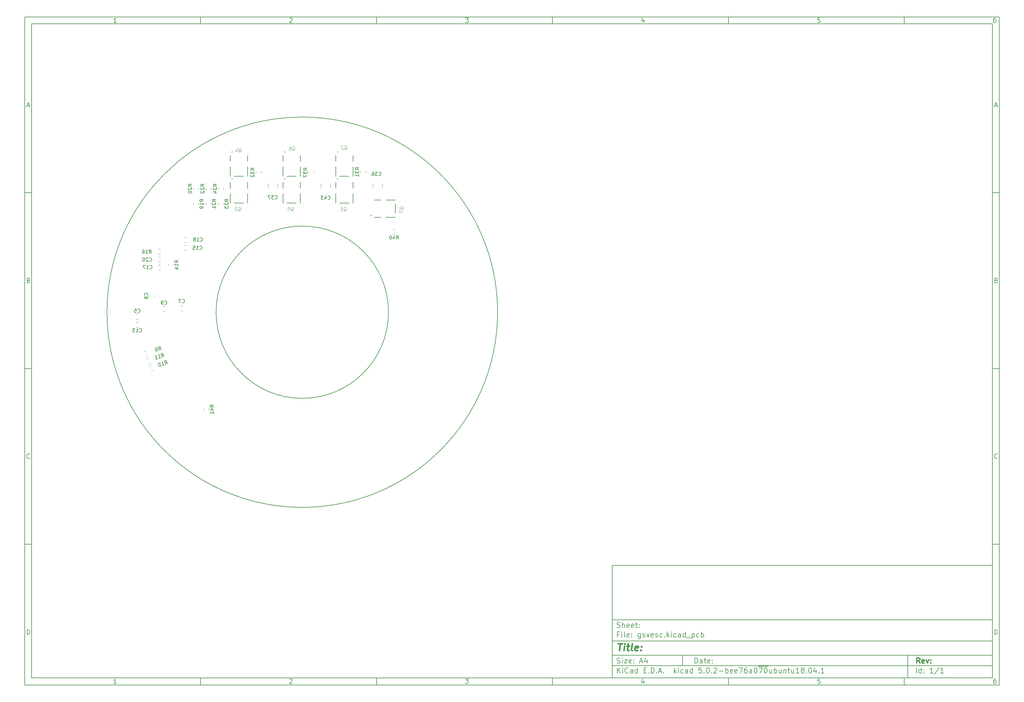
<source format=gbr>
G04 #@! TF.GenerationSoftware,KiCad,Pcbnew,5.0.2-bee76a0~70~ubuntu18.04.1*
G04 #@! TF.CreationDate,2019-01-04T10:38:41+01:00*
G04 #@! TF.ProjectId,gsvesc,67737665-7363-42e6-9b69-6361645f7063,rev?*
G04 #@! TF.SameCoordinates,Original*
G04 #@! TF.FileFunction,Legend,Bot*
G04 #@! TF.FilePolarity,Positive*
%FSLAX45Y45*%
G04 Gerber Fmt 4.5, Leading zero omitted, Abs format (unit mm)*
G04 Created by KiCad (PCBNEW 5.0.2-bee76a0~70~ubuntu18.04.1) date Fr 04 Jan 2019 10:38:41 CET*
%MOMM*%
%LPD*%
G01*
G04 APERTURE LIST*
%ADD10C,0.100000*%
%ADD11C,0.150000*%
%ADD12C,0.300000*%
%ADD13C,0.400000*%
%ADD14C,0.200000*%
%ADD15C,0.120000*%
%ADD16C,0.127000*%
%ADD17C,0.050000*%
G04 APERTURE END LIST*
D10*
D11*
X17700220Y-16600720D02*
X17700220Y-19800720D01*
X28500220Y-19800720D01*
X28500220Y-16600720D01*
X17700220Y-16600720D01*
D10*
D11*
X1000000Y-1000000D02*
X1000000Y-20000720D01*
X28700220Y-20000720D01*
X28700220Y-1000000D01*
X1000000Y-1000000D01*
D10*
D11*
X1200000Y-1200000D02*
X1200000Y-19800720D01*
X28500220Y-19800720D01*
X28500220Y-1200000D01*
X1200000Y-1200000D01*
D10*
D11*
X6000000Y-1200000D02*
X6000000Y-1000000D01*
D10*
D11*
X11000000Y-1200000D02*
X11000000Y-1000000D01*
D10*
D11*
X16000000Y-1200000D02*
X16000000Y-1000000D01*
D10*
D11*
X21000000Y-1200000D02*
X21000000Y-1000000D01*
D10*
D11*
X26000000Y-1200000D02*
X26000000Y-1000000D01*
D10*
D11*
X3606548Y-1158810D02*
X3532262Y-1158810D01*
X3569405Y-1158810D02*
X3569405Y-1028809D01*
X3557024Y-1047381D01*
X3544643Y-1059762D01*
X3532262Y-1065952D01*
D10*
D11*
X8532262Y-1041190D02*
X8538452Y-1035000D01*
X8550833Y-1028809D01*
X8581786Y-1028809D01*
X8594167Y-1035000D01*
X8600357Y-1041190D01*
X8606548Y-1053571D01*
X8606548Y-1065952D01*
X8600357Y-1084524D01*
X8526071Y-1158810D01*
X8606548Y-1158810D01*
D10*
D11*
X13526071Y-1028809D02*
X13606548Y-1028809D01*
X13563214Y-1078333D01*
X13581786Y-1078333D01*
X13594167Y-1084524D01*
X13600357Y-1090714D01*
X13606548Y-1103095D01*
X13606548Y-1134048D01*
X13600357Y-1146429D01*
X13594167Y-1152619D01*
X13581786Y-1158810D01*
X13544643Y-1158810D01*
X13532262Y-1152619D01*
X13526071Y-1146429D01*
D10*
D11*
X18594167Y-1072143D02*
X18594167Y-1158810D01*
X18563214Y-1022619D02*
X18532262Y-1115476D01*
X18612738Y-1115476D01*
D10*
D11*
X23600357Y-1028809D02*
X23538452Y-1028809D01*
X23532262Y-1090714D01*
X23538452Y-1084524D01*
X23550833Y-1078333D01*
X23581786Y-1078333D01*
X23594167Y-1084524D01*
X23600357Y-1090714D01*
X23606548Y-1103095D01*
X23606548Y-1134048D01*
X23600357Y-1146429D01*
X23594167Y-1152619D01*
X23581786Y-1158810D01*
X23550833Y-1158810D01*
X23538452Y-1152619D01*
X23532262Y-1146429D01*
D10*
D11*
X28594167Y-1028809D02*
X28569405Y-1028809D01*
X28557024Y-1035000D01*
X28550833Y-1041190D01*
X28538452Y-1059762D01*
X28532262Y-1084524D01*
X28532262Y-1134048D01*
X28538452Y-1146429D01*
X28544643Y-1152619D01*
X28557024Y-1158810D01*
X28581786Y-1158810D01*
X28594167Y-1152619D01*
X28600357Y-1146429D01*
X28606548Y-1134048D01*
X28606548Y-1103095D01*
X28600357Y-1090714D01*
X28594167Y-1084524D01*
X28581786Y-1078333D01*
X28557024Y-1078333D01*
X28544643Y-1084524D01*
X28538452Y-1090714D01*
X28532262Y-1103095D01*
D10*
D11*
X6000000Y-19800720D02*
X6000000Y-20000720D01*
D10*
D11*
X11000000Y-19800720D02*
X11000000Y-20000720D01*
D10*
D11*
X16000000Y-19800720D02*
X16000000Y-20000720D01*
D10*
D11*
X21000000Y-19800720D02*
X21000000Y-20000720D01*
D10*
D11*
X26000000Y-19800720D02*
X26000000Y-20000720D01*
D10*
D11*
X3606548Y-19959530D02*
X3532262Y-19959530D01*
X3569405Y-19959530D02*
X3569405Y-19829530D01*
X3557024Y-19848101D01*
X3544643Y-19860482D01*
X3532262Y-19866672D01*
D10*
D11*
X8532262Y-19841910D02*
X8538452Y-19835720D01*
X8550833Y-19829530D01*
X8581786Y-19829530D01*
X8594167Y-19835720D01*
X8600357Y-19841910D01*
X8606548Y-19854291D01*
X8606548Y-19866672D01*
X8600357Y-19885244D01*
X8526071Y-19959530D01*
X8606548Y-19959530D01*
D10*
D11*
X13526071Y-19829530D02*
X13606548Y-19829530D01*
X13563214Y-19879053D01*
X13581786Y-19879053D01*
X13594167Y-19885244D01*
X13600357Y-19891434D01*
X13606548Y-19903815D01*
X13606548Y-19934768D01*
X13600357Y-19947149D01*
X13594167Y-19953339D01*
X13581786Y-19959530D01*
X13544643Y-19959530D01*
X13532262Y-19953339D01*
X13526071Y-19947149D01*
D10*
D11*
X18594167Y-19872863D02*
X18594167Y-19959530D01*
X18563214Y-19823339D02*
X18532262Y-19916196D01*
X18612738Y-19916196D01*
D10*
D11*
X23600357Y-19829530D02*
X23538452Y-19829530D01*
X23532262Y-19891434D01*
X23538452Y-19885244D01*
X23550833Y-19879053D01*
X23581786Y-19879053D01*
X23594167Y-19885244D01*
X23600357Y-19891434D01*
X23606548Y-19903815D01*
X23606548Y-19934768D01*
X23600357Y-19947149D01*
X23594167Y-19953339D01*
X23581786Y-19959530D01*
X23550833Y-19959530D01*
X23538452Y-19953339D01*
X23532262Y-19947149D01*
D10*
D11*
X28594167Y-19829530D02*
X28569405Y-19829530D01*
X28557024Y-19835720D01*
X28550833Y-19841910D01*
X28538452Y-19860482D01*
X28532262Y-19885244D01*
X28532262Y-19934768D01*
X28538452Y-19947149D01*
X28544643Y-19953339D01*
X28557024Y-19959530D01*
X28581786Y-19959530D01*
X28594167Y-19953339D01*
X28600357Y-19947149D01*
X28606548Y-19934768D01*
X28606548Y-19903815D01*
X28600357Y-19891434D01*
X28594167Y-19885244D01*
X28581786Y-19879053D01*
X28557024Y-19879053D01*
X28544643Y-19885244D01*
X28538452Y-19891434D01*
X28532262Y-19903815D01*
D10*
D11*
X1000000Y-6000000D02*
X1200000Y-6000000D01*
D10*
D11*
X1000000Y-11000000D02*
X1200000Y-11000000D01*
D10*
D11*
X1000000Y-16000000D02*
X1200000Y-16000000D01*
D10*
D11*
X1069048Y-3521667D02*
X1130952Y-3521667D01*
X1056667Y-3558809D02*
X1100000Y-3428809D01*
X1143333Y-3558809D01*
D10*
D11*
X1109286Y-8490714D02*
X1127857Y-8496905D01*
X1134048Y-8503095D01*
X1140238Y-8515476D01*
X1140238Y-8534048D01*
X1134048Y-8546429D01*
X1127857Y-8552619D01*
X1115476Y-8558810D01*
X1065952Y-8558810D01*
X1065952Y-8428810D01*
X1109286Y-8428810D01*
X1121667Y-8435000D01*
X1127857Y-8441190D01*
X1134048Y-8453571D01*
X1134048Y-8465952D01*
X1127857Y-8478333D01*
X1121667Y-8484524D01*
X1109286Y-8490714D01*
X1065952Y-8490714D01*
D10*
D11*
X1140238Y-13546428D02*
X1134048Y-13552619D01*
X1115476Y-13558809D01*
X1103095Y-13558809D01*
X1084524Y-13552619D01*
X1072143Y-13540238D01*
X1065952Y-13527857D01*
X1059762Y-13503095D01*
X1059762Y-13484524D01*
X1065952Y-13459762D01*
X1072143Y-13447381D01*
X1084524Y-13435000D01*
X1103095Y-13428809D01*
X1115476Y-13428809D01*
X1134048Y-13435000D01*
X1140238Y-13441190D01*
D10*
D11*
X1065952Y-18558810D02*
X1065952Y-18428810D01*
X1096905Y-18428810D01*
X1115476Y-18435000D01*
X1127857Y-18447381D01*
X1134048Y-18459762D01*
X1140238Y-18484524D01*
X1140238Y-18503095D01*
X1134048Y-18527857D01*
X1127857Y-18540238D01*
X1115476Y-18552619D01*
X1096905Y-18558810D01*
X1065952Y-18558810D01*
D10*
D11*
X28700220Y-6000000D02*
X28500220Y-6000000D01*
D10*
D11*
X28700220Y-11000000D02*
X28500220Y-11000000D01*
D10*
D11*
X28700220Y-16000000D02*
X28500220Y-16000000D01*
D10*
D11*
X28569268Y-3521667D02*
X28631172Y-3521667D01*
X28556887Y-3558809D02*
X28600220Y-3428809D01*
X28643553Y-3558809D01*
D10*
D11*
X28609506Y-8490714D02*
X28628077Y-8496905D01*
X28634268Y-8503095D01*
X28640458Y-8515476D01*
X28640458Y-8534048D01*
X28634268Y-8546429D01*
X28628077Y-8552619D01*
X28615696Y-8558810D01*
X28566172Y-8558810D01*
X28566172Y-8428810D01*
X28609506Y-8428810D01*
X28621887Y-8435000D01*
X28628077Y-8441190D01*
X28634268Y-8453571D01*
X28634268Y-8465952D01*
X28628077Y-8478333D01*
X28621887Y-8484524D01*
X28609506Y-8490714D01*
X28566172Y-8490714D01*
D10*
D11*
X28640458Y-13546428D02*
X28634268Y-13552619D01*
X28615696Y-13558809D01*
X28603315Y-13558809D01*
X28584744Y-13552619D01*
X28572363Y-13540238D01*
X28566172Y-13527857D01*
X28559982Y-13503095D01*
X28559982Y-13484524D01*
X28566172Y-13459762D01*
X28572363Y-13447381D01*
X28584744Y-13435000D01*
X28603315Y-13428809D01*
X28615696Y-13428809D01*
X28634268Y-13435000D01*
X28640458Y-13441190D01*
D10*
D11*
X28566172Y-18558810D02*
X28566172Y-18428810D01*
X28597125Y-18428810D01*
X28615696Y-18435000D01*
X28628077Y-18447381D01*
X28634268Y-18459762D01*
X28640458Y-18484524D01*
X28640458Y-18503095D01*
X28634268Y-18527857D01*
X28628077Y-18540238D01*
X28615696Y-18552619D01*
X28597125Y-18558810D01*
X28566172Y-18558810D01*
D10*
D11*
X20043434Y-19378577D02*
X20043434Y-19228577D01*
X20079149Y-19228577D01*
X20100577Y-19235720D01*
X20114863Y-19250006D01*
X20122006Y-19264291D01*
X20129149Y-19292863D01*
X20129149Y-19314291D01*
X20122006Y-19342863D01*
X20114863Y-19357149D01*
X20100577Y-19371434D01*
X20079149Y-19378577D01*
X20043434Y-19378577D01*
X20257720Y-19378577D02*
X20257720Y-19300006D01*
X20250577Y-19285720D01*
X20236291Y-19278577D01*
X20207720Y-19278577D01*
X20193434Y-19285720D01*
X20257720Y-19371434D02*
X20243434Y-19378577D01*
X20207720Y-19378577D01*
X20193434Y-19371434D01*
X20186291Y-19357149D01*
X20186291Y-19342863D01*
X20193434Y-19328577D01*
X20207720Y-19321434D01*
X20243434Y-19321434D01*
X20257720Y-19314291D01*
X20307720Y-19278577D02*
X20364863Y-19278577D01*
X20329149Y-19228577D02*
X20329149Y-19357149D01*
X20336291Y-19371434D01*
X20350577Y-19378577D01*
X20364863Y-19378577D01*
X20472006Y-19371434D02*
X20457720Y-19378577D01*
X20429149Y-19378577D01*
X20414863Y-19371434D01*
X20407720Y-19357149D01*
X20407720Y-19300006D01*
X20414863Y-19285720D01*
X20429149Y-19278577D01*
X20457720Y-19278577D01*
X20472006Y-19285720D01*
X20479149Y-19300006D01*
X20479149Y-19314291D01*
X20407720Y-19328577D01*
X20543434Y-19364291D02*
X20550577Y-19371434D01*
X20543434Y-19378577D01*
X20536291Y-19371434D01*
X20543434Y-19364291D01*
X20543434Y-19378577D01*
X20543434Y-19285720D02*
X20550577Y-19292863D01*
X20543434Y-19300006D01*
X20536291Y-19292863D01*
X20543434Y-19285720D01*
X20543434Y-19300006D01*
D10*
D11*
X17700220Y-19450720D02*
X28500220Y-19450720D01*
D10*
D11*
X17843434Y-19658577D02*
X17843434Y-19508577D01*
X17929149Y-19658577D02*
X17864863Y-19572863D01*
X17929149Y-19508577D02*
X17843434Y-19594291D01*
X17993434Y-19658577D02*
X17993434Y-19558577D01*
X17993434Y-19508577D02*
X17986291Y-19515720D01*
X17993434Y-19522863D01*
X18000577Y-19515720D01*
X17993434Y-19508577D01*
X17993434Y-19522863D01*
X18150577Y-19644291D02*
X18143434Y-19651434D01*
X18122006Y-19658577D01*
X18107720Y-19658577D01*
X18086291Y-19651434D01*
X18072006Y-19637149D01*
X18064863Y-19622863D01*
X18057720Y-19594291D01*
X18057720Y-19572863D01*
X18064863Y-19544291D01*
X18072006Y-19530006D01*
X18086291Y-19515720D01*
X18107720Y-19508577D01*
X18122006Y-19508577D01*
X18143434Y-19515720D01*
X18150577Y-19522863D01*
X18279149Y-19658577D02*
X18279149Y-19580006D01*
X18272006Y-19565720D01*
X18257720Y-19558577D01*
X18229149Y-19558577D01*
X18214863Y-19565720D01*
X18279149Y-19651434D02*
X18264863Y-19658577D01*
X18229149Y-19658577D01*
X18214863Y-19651434D01*
X18207720Y-19637149D01*
X18207720Y-19622863D01*
X18214863Y-19608577D01*
X18229149Y-19601434D01*
X18264863Y-19601434D01*
X18279149Y-19594291D01*
X18414863Y-19658577D02*
X18414863Y-19508577D01*
X18414863Y-19651434D02*
X18400577Y-19658577D01*
X18372006Y-19658577D01*
X18357720Y-19651434D01*
X18350577Y-19644291D01*
X18343434Y-19630006D01*
X18343434Y-19587149D01*
X18350577Y-19572863D01*
X18357720Y-19565720D01*
X18372006Y-19558577D01*
X18400577Y-19558577D01*
X18414863Y-19565720D01*
X18600577Y-19580006D02*
X18650577Y-19580006D01*
X18672006Y-19658577D02*
X18600577Y-19658577D01*
X18600577Y-19508577D01*
X18672006Y-19508577D01*
X18736291Y-19644291D02*
X18743434Y-19651434D01*
X18736291Y-19658577D01*
X18729149Y-19651434D01*
X18736291Y-19644291D01*
X18736291Y-19658577D01*
X18807720Y-19658577D02*
X18807720Y-19508577D01*
X18843434Y-19508577D01*
X18864863Y-19515720D01*
X18879149Y-19530006D01*
X18886291Y-19544291D01*
X18893434Y-19572863D01*
X18893434Y-19594291D01*
X18886291Y-19622863D01*
X18879149Y-19637149D01*
X18864863Y-19651434D01*
X18843434Y-19658577D01*
X18807720Y-19658577D01*
X18957720Y-19644291D02*
X18964863Y-19651434D01*
X18957720Y-19658577D01*
X18950577Y-19651434D01*
X18957720Y-19644291D01*
X18957720Y-19658577D01*
X19022006Y-19615720D02*
X19093434Y-19615720D01*
X19007720Y-19658577D02*
X19057720Y-19508577D01*
X19107720Y-19658577D01*
X19157720Y-19644291D02*
X19164863Y-19651434D01*
X19157720Y-19658577D01*
X19150577Y-19651434D01*
X19157720Y-19644291D01*
X19157720Y-19658577D01*
X19457720Y-19658577D02*
X19457720Y-19508577D01*
X19472006Y-19601434D02*
X19514863Y-19658577D01*
X19514863Y-19558577D02*
X19457720Y-19615720D01*
X19579149Y-19658577D02*
X19579149Y-19558577D01*
X19579149Y-19508577D02*
X19572006Y-19515720D01*
X19579149Y-19522863D01*
X19586291Y-19515720D01*
X19579149Y-19508577D01*
X19579149Y-19522863D01*
X19714863Y-19651434D02*
X19700577Y-19658577D01*
X19672006Y-19658577D01*
X19657720Y-19651434D01*
X19650577Y-19644291D01*
X19643434Y-19630006D01*
X19643434Y-19587149D01*
X19650577Y-19572863D01*
X19657720Y-19565720D01*
X19672006Y-19558577D01*
X19700577Y-19558577D01*
X19714863Y-19565720D01*
X19843434Y-19658577D02*
X19843434Y-19580006D01*
X19836291Y-19565720D01*
X19822006Y-19558577D01*
X19793434Y-19558577D01*
X19779149Y-19565720D01*
X19843434Y-19651434D02*
X19829149Y-19658577D01*
X19793434Y-19658577D01*
X19779149Y-19651434D01*
X19772006Y-19637149D01*
X19772006Y-19622863D01*
X19779149Y-19608577D01*
X19793434Y-19601434D01*
X19829149Y-19601434D01*
X19843434Y-19594291D01*
X19979149Y-19658577D02*
X19979149Y-19508577D01*
X19979149Y-19651434D02*
X19964863Y-19658577D01*
X19936291Y-19658577D01*
X19922006Y-19651434D01*
X19914863Y-19644291D01*
X19907720Y-19630006D01*
X19907720Y-19587149D01*
X19914863Y-19572863D01*
X19922006Y-19565720D01*
X19936291Y-19558577D01*
X19964863Y-19558577D01*
X19979149Y-19565720D01*
X20236291Y-19508577D02*
X20164863Y-19508577D01*
X20157720Y-19580006D01*
X20164863Y-19572863D01*
X20179149Y-19565720D01*
X20214863Y-19565720D01*
X20229149Y-19572863D01*
X20236291Y-19580006D01*
X20243434Y-19594291D01*
X20243434Y-19630006D01*
X20236291Y-19644291D01*
X20229149Y-19651434D01*
X20214863Y-19658577D01*
X20179149Y-19658577D01*
X20164863Y-19651434D01*
X20157720Y-19644291D01*
X20307720Y-19644291D02*
X20314863Y-19651434D01*
X20307720Y-19658577D01*
X20300577Y-19651434D01*
X20307720Y-19644291D01*
X20307720Y-19658577D01*
X20407720Y-19508577D02*
X20422006Y-19508577D01*
X20436291Y-19515720D01*
X20443434Y-19522863D01*
X20450577Y-19537149D01*
X20457720Y-19565720D01*
X20457720Y-19601434D01*
X20450577Y-19630006D01*
X20443434Y-19644291D01*
X20436291Y-19651434D01*
X20422006Y-19658577D01*
X20407720Y-19658577D01*
X20393434Y-19651434D01*
X20386291Y-19644291D01*
X20379149Y-19630006D01*
X20372006Y-19601434D01*
X20372006Y-19565720D01*
X20379149Y-19537149D01*
X20386291Y-19522863D01*
X20393434Y-19515720D01*
X20407720Y-19508577D01*
X20522006Y-19644291D02*
X20529149Y-19651434D01*
X20522006Y-19658577D01*
X20514863Y-19651434D01*
X20522006Y-19644291D01*
X20522006Y-19658577D01*
X20586291Y-19522863D02*
X20593434Y-19515720D01*
X20607720Y-19508577D01*
X20643434Y-19508577D01*
X20657720Y-19515720D01*
X20664863Y-19522863D01*
X20672006Y-19537149D01*
X20672006Y-19551434D01*
X20664863Y-19572863D01*
X20579149Y-19658577D01*
X20672006Y-19658577D01*
X20736291Y-19601434D02*
X20850577Y-19601434D01*
X20922006Y-19658577D02*
X20922006Y-19508577D01*
X20922006Y-19565720D02*
X20936291Y-19558577D01*
X20964863Y-19558577D01*
X20979149Y-19565720D01*
X20986291Y-19572863D01*
X20993434Y-19587149D01*
X20993434Y-19630006D01*
X20986291Y-19644291D01*
X20979149Y-19651434D01*
X20964863Y-19658577D01*
X20936291Y-19658577D01*
X20922006Y-19651434D01*
X21114863Y-19651434D02*
X21100577Y-19658577D01*
X21072006Y-19658577D01*
X21057720Y-19651434D01*
X21050577Y-19637149D01*
X21050577Y-19580006D01*
X21057720Y-19565720D01*
X21072006Y-19558577D01*
X21100577Y-19558577D01*
X21114863Y-19565720D01*
X21122006Y-19580006D01*
X21122006Y-19594291D01*
X21050577Y-19608577D01*
X21243434Y-19651434D02*
X21229149Y-19658577D01*
X21200577Y-19658577D01*
X21186291Y-19651434D01*
X21179149Y-19637149D01*
X21179149Y-19580006D01*
X21186291Y-19565720D01*
X21200577Y-19558577D01*
X21229149Y-19558577D01*
X21243434Y-19565720D01*
X21250577Y-19580006D01*
X21250577Y-19594291D01*
X21179149Y-19608577D01*
X21300577Y-19508577D02*
X21400577Y-19508577D01*
X21336291Y-19658577D01*
X21522006Y-19508577D02*
X21493434Y-19508577D01*
X21479149Y-19515720D01*
X21472006Y-19522863D01*
X21457720Y-19544291D01*
X21450577Y-19572863D01*
X21450577Y-19630006D01*
X21457720Y-19644291D01*
X21464863Y-19651434D01*
X21479149Y-19658577D01*
X21507720Y-19658577D01*
X21522006Y-19651434D01*
X21529149Y-19644291D01*
X21536291Y-19630006D01*
X21536291Y-19594291D01*
X21529149Y-19580006D01*
X21522006Y-19572863D01*
X21507720Y-19565720D01*
X21479149Y-19565720D01*
X21464863Y-19572863D01*
X21457720Y-19580006D01*
X21450577Y-19594291D01*
X21664863Y-19658577D02*
X21664863Y-19580006D01*
X21657720Y-19565720D01*
X21643434Y-19558577D01*
X21614863Y-19558577D01*
X21600577Y-19565720D01*
X21664863Y-19651434D02*
X21650577Y-19658577D01*
X21614863Y-19658577D01*
X21600577Y-19651434D01*
X21593434Y-19637149D01*
X21593434Y-19622863D01*
X21600577Y-19608577D01*
X21614863Y-19601434D01*
X21650577Y-19601434D01*
X21664863Y-19594291D01*
X21764863Y-19508577D02*
X21779149Y-19508577D01*
X21793434Y-19515720D01*
X21800577Y-19522863D01*
X21807720Y-19537149D01*
X21814863Y-19565720D01*
X21814863Y-19601434D01*
X21807720Y-19630006D01*
X21800577Y-19644291D01*
X21793434Y-19651434D01*
X21779149Y-19658577D01*
X21764863Y-19658577D01*
X21750577Y-19651434D01*
X21743434Y-19644291D01*
X21736291Y-19630006D01*
X21729149Y-19601434D01*
X21729149Y-19565720D01*
X21736291Y-19537149D01*
X21743434Y-19522863D01*
X21750577Y-19515720D01*
X21764863Y-19508577D01*
X21843434Y-19467720D02*
X21986291Y-19467720D01*
X21864863Y-19508577D02*
X21964863Y-19508577D01*
X21900577Y-19658577D01*
X21986291Y-19467720D02*
X22129149Y-19467720D01*
X22050577Y-19508577D02*
X22064863Y-19508577D01*
X22079149Y-19515720D01*
X22086291Y-19522863D01*
X22093434Y-19537149D01*
X22100577Y-19565720D01*
X22100577Y-19601434D01*
X22093434Y-19630006D01*
X22086291Y-19644291D01*
X22079149Y-19651434D01*
X22064863Y-19658577D01*
X22050577Y-19658577D01*
X22036291Y-19651434D01*
X22029149Y-19644291D01*
X22022006Y-19630006D01*
X22014863Y-19601434D01*
X22014863Y-19565720D01*
X22022006Y-19537149D01*
X22029149Y-19522863D01*
X22036291Y-19515720D01*
X22050577Y-19508577D01*
X22229149Y-19558577D02*
X22229149Y-19658577D01*
X22164863Y-19558577D02*
X22164863Y-19637149D01*
X22172006Y-19651434D01*
X22186291Y-19658577D01*
X22207720Y-19658577D01*
X22222006Y-19651434D01*
X22229149Y-19644291D01*
X22300577Y-19658577D02*
X22300577Y-19508577D01*
X22300577Y-19565720D02*
X22314863Y-19558577D01*
X22343434Y-19558577D01*
X22357720Y-19565720D01*
X22364863Y-19572863D01*
X22372006Y-19587149D01*
X22372006Y-19630006D01*
X22364863Y-19644291D01*
X22357720Y-19651434D01*
X22343434Y-19658577D01*
X22314863Y-19658577D01*
X22300577Y-19651434D01*
X22500577Y-19558577D02*
X22500577Y-19658577D01*
X22436291Y-19558577D02*
X22436291Y-19637149D01*
X22443434Y-19651434D01*
X22457720Y-19658577D01*
X22479148Y-19658577D01*
X22493434Y-19651434D01*
X22500577Y-19644291D01*
X22572006Y-19558577D02*
X22572006Y-19658577D01*
X22572006Y-19572863D02*
X22579148Y-19565720D01*
X22593434Y-19558577D01*
X22614863Y-19558577D01*
X22629148Y-19565720D01*
X22636291Y-19580006D01*
X22636291Y-19658577D01*
X22686291Y-19558577D02*
X22743434Y-19558577D01*
X22707720Y-19508577D02*
X22707720Y-19637149D01*
X22714863Y-19651434D01*
X22729148Y-19658577D01*
X22743434Y-19658577D01*
X22857720Y-19558577D02*
X22857720Y-19658577D01*
X22793434Y-19558577D02*
X22793434Y-19637149D01*
X22800577Y-19651434D01*
X22814863Y-19658577D01*
X22836291Y-19658577D01*
X22850577Y-19651434D01*
X22857720Y-19644291D01*
X23007720Y-19658577D02*
X22922006Y-19658577D01*
X22964863Y-19658577D02*
X22964863Y-19508577D01*
X22950577Y-19530006D01*
X22936291Y-19544291D01*
X22922006Y-19551434D01*
X23093434Y-19572863D02*
X23079148Y-19565720D01*
X23072006Y-19558577D01*
X23064863Y-19544291D01*
X23064863Y-19537149D01*
X23072006Y-19522863D01*
X23079148Y-19515720D01*
X23093434Y-19508577D01*
X23122006Y-19508577D01*
X23136291Y-19515720D01*
X23143434Y-19522863D01*
X23150577Y-19537149D01*
X23150577Y-19544291D01*
X23143434Y-19558577D01*
X23136291Y-19565720D01*
X23122006Y-19572863D01*
X23093434Y-19572863D01*
X23079148Y-19580006D01*
X23072006Y-19587149D01*
X23064863Y-19601434D01*
X23064863Y-19630006D01*
X23072006Y-19644291D01*
X23079148Y-19651434D01*
X23093434Y-19658577D01*
X23122006Y-19658577D01*
X23136291Y-19651434D01*
X23143434Y-19644291D01*
X23150577Y-19630006D01*
X23150577Y-19601434D01*
X23143434Y-19587149D01*
X23136291Y-19580006D01*
X23122006Y-19572863D01*
X23214863Y-19644291D02*
X23222006Y-19651434D01*
X23214863Y-19658577D01*
X23207720Y-19651434D01*
X23214863Y-19644291D01*
X23214863Y-19658577D01*
X23314863Y-19508577D02*
X23329148Y-19508577D01*
X23343434Y-19515720D01*
X23350577Y-19522863D01*
X23357720Y-19537149D01*
X23364863Y-19565720D01*
X23364863Y-19601434D01*
X23357720Y-19630006D01*
X23350577Y-19644291D01*
X23343434Y-19651434D01*
X23329148Y-19658577D01*
X23314863Y-19658577D01*
X23300577Y-19651434D01*
X23293434Y-19644291D01*
X23286291Y-19630006D01*
X23279148Y-19601434D01*
X23279148Y-19565720D01*
X23286291Y-19537149D01*
X23293434Y-19522863D01*
X23300577Y-19515720D01*
X23314863Y-19508577D01*
X23493434Y-19558577D02*
X23493434Y-19658577D01*
X23457720Y-19501434D02*
X23422006Y-19608577D01*
X23514863Y-19608577D01*
X23572006Y-19644291D02*
X23579148Y-19651434D01*
X23572006Y-19658577D01*
X23564863Y-19651434D01*
X23572006Y-19644291D01*
X23572006Y-19658577D01*
X23722006Y-19658577D02*
X23636291Y-19658577D01*
X23679148Y-19658577D02*
X23679148Y-19508577D01*
X23664863Y-19530006D01*
X23650577Y-19544291D01*
X23636291Y-19551434D01*
D10*
D11*
X17700220Y-19150720D02*
X28500220Y-19150720D01*
D10*
D12*
X26441148Y-19378577D02*
X26391148Y-19307149D01*
X26355434Y-19378577D02*
X26355434Y-19228577D01*
X26412577Y-19228577D01*
X26426863Y-19235720D01*
X26434006Y-19242863D01*
X26441148Y-19257149D01*
X26441148Y-19278577D01*
X26434006Y-19292863D01*
X26426863Y-19300006D01*
X26412577Y-19307149D01*
X26355434Y-19307149D01*
X26562577Y-19371434D02*
X26548291Y-19378577D01*
X26519720Y-19378577D01*
X26505434Y-19371434D01*
X26498291Y-19357149D01*
X26498291Y-19300006D01*
X26505434Y-19285720D01*
X26519720Y-19278577D01*
X26548291Y-19278577D01*
X26562577Y-19285720D01*
X26569720Y-19300006D01*
X26569720Y-19314291D01*
X26498291Y-19328577D01*
X26619720Y-19278577D02*
X26655434Y-19378577D01*
X26691148Y-19278577D01*
X26748291Y-19364291D02*
X26755434Y-19371434D01*
X26748291Y-19378577D01*
X26741148Y-19371434D01*
X26748291Y-19364291D01*
X26748291Y-19378577D01*
X26748291Y-19285720D02*
X26755434Y-19292863D01*
X26748291Y-19300006D01*
X26741148Y-19292863D01*
X26748291Y-19285720D01*
X26748291Y-19300006D01*
D10*
D11*
X17836291Y-19371434D02*
X17857720Y-19378577D01*
X17893434Y-19378577D01*
X17907720Y-19371434D01*
X17914863Y-19364291D01*
X17922006Y-19350006D01*
X17922006Y-19335720D01*
X17914863Y-19321434D01*
X17907720Y-19314291D01*
X17893434Y-19307149D01*
X17864863Y-19300006D01*
X17850577Y-19292863D01*
X17843434Y-19285720D01*
X17836291Y-19271434D01*
X17836291Y-19257149D01*
X17843434Y-19242863D01*
X17850577Y-19235720D01*
X17864863Y-19228577D01*
X17900577Y-19228577D01*
X17922006Y-19235720D01*
X17986291Y-19378577D02*
X17986291Y-19278577D01*
X17986291Y-19228577D02*
X17979149Y-19235720D01*
X17986291Y-19242863D01*
X17993434Y-19235720D01*
X17986291Y-19228577D01*
X17986291Y-19242863D01*
X18043434Y-19278577D02*
X18122006Y-19278577D01*
X18043434Y-19378577D01*
X18122006Y-19378577D01*
X18236291Y-19371434D02*
X18222006Y-19378577D01*
X18193434Y-19378577D01*
X18179149Y-19371434D01*
X18172006Y-19357149D01*
X18172006Y-19300006D01*
X18179149Y-19285720D01*
X18193434Y-19278577D01*
X18222006Y-19278577D01*
X18236291Y-19285720D01*
X18243434Y-19300006D01*
X18243434Y-19314291D01*
X18172006Y-19328577D01*
X18307720Y-19364291D02*
X18314863Y-19371434D01*
X18307720Y-19378577D01*
X18300577Y-19371434D01*
X18307720Y-19364291D01*
X18307720Y-19378577D01*
X18307720Y-19285720D02*
X18314863Y-19292863D01*
X18307720Y-19300006D01*
X18300577Y-19292863D01*
X18307720Y-19285720D01*
X18307720Y-19300006D01*
X18486291Y-19335720D02*
X18557720Y-19335720D01*
X18472006Y-19378577D02*
X18522006Y-19228577D01*
X18572006Y-19378577D01*
X18686291Y-19278577D02*
X18686291Y-19378577D01*
X18650577Y-19221434D02*
X18614863Y-19328577D01*
X18707720Y-19328577D01*
D10*
D11*
X26343434Y-19658577D02*
X26343434Y-19508577D01*
X26479148Y-19658577D02*
X26479148Y-19508577D01*
X26479148Y-19651434D02*
X26464863Y-19658577D01*
X26436291Y-19658577D01*
X26422006Y-19651434D01*
X26414863Y-19644291D01*
X26407720Y-19630006D01*
X26407720Y-19587149D01*
X26414863Y-19572863D01*
X26422006Y-19565720D01*
X26436291Y-19558577D01*
X26464863Y-19558577D01*
X26479148Y-19565720D01*
X26550577Y-19644291D02*
X26557720Y-19651434D01*
X26550577Y-19658577D01*
X26543434Y-19651434D01*
X26550577Y-19644291D01*
X26550577Y-19658577D01*
X26550577Y-19565720D02*
X26557720Y-19572863D01*
X26550577Y-19580006D01*
X26543434Y-19572863D01*
X26550577Y-19565720D01*
X26550577Y-19580006D01*
X26814863Y-19658577D02*
X26729148Y-19658577D01*
X26772006Y-19658577D02*
X26772006Y-19508577D01*
X26757720Y-19530006D01*
X26743434Y-19544291D01*
X26729148Y-19551434D01*
X26986291Y-19501434D02*
X26857720Y-19694291D01*
X27114863Y-19658577D02*
X27029148Y-19658577D01*
X27072006Y-19658577D02*
X27072006Y-19508577D01*
X27057720Y-19530006D01*
X27043434Y-19544291D01*
X27029148Y-19551434D01*
D10*
D11*
X17700220Y-18750720D02*
X28500220Y-18750720D01*
D10*
D13*
X17871458Y-18821196D02*
X17985744Y-18821196D01*
X17903601Y-19021196D02*
X17928601Y-18821196D01*
X18027410Y-19021196D02*
X18044077Y-18887863D01*
X18052410Y-18821196D02*
X18041696Y-18830720D01*
X18050030Y-18840244D01*
X18060744Y-18830720D01*
X18052410Y-18821196D01*
X18050030Y-18840244D01*
X18110744Y-18887863D02*
X18186934Y-18887863D01*
X18147649Y-18821196D02*
X18126220Y-18992625D01*
X18133363Y-19011672D01*
X18151220Y-19021196D01*
X18170268Y-19021196D01*
X18265506Y-19021196D02*
X18247649Y-19011672D01*
X18240506Y-18992625D01*
X18261934Y-18821196D01*
X18419077Y-19011672D02*
X18398839Y-19021196D01*
X18360744Y-19021196D01*
X18342887Y-19011672D01*
X18335744Y-18992625D01*
X18345268Y-18916434D01*
X18357172Y-18897387D01*
X18377410Y-18887863D01*
X18415506Y-18887863D01*
X18433363Y-18897387D01*
X18440506Y-18916434D01*
X18438125Y-18935482D01*
X18340506Y-18954530D01*
X18515506Y-19002149D02*
X18523839Y-19011672D01*
X18513125Y-19021196D01*
X18504791Y-19011672D01*
X18515506Y-19002149D01*
X18513125Y-19021196D01*
X18528601Y-18897387D02*
X18536934Y-18906910D01*
X18526220Y-18916434D01*
X18517887Y-18906910D01*
X18528601Y-18897387D01*
X18526220Y-18916434D01*
D10*
D11*
X17893434Y-18560006D02*
X17843434Y-18560006D01*
X17843434Y-18638577D02*
X17843434Y-18488577D01*
X17914863Y-18488577D01*
X17972006Y-18638577D02*
X17972006Y-18538577D01*
X17972006Y-18488577D02*
X17964863Y-18495720D01*
X17972006Y-18502863D01*
X17979149Y-18495720D01*
X17972006Y-18488577D01*
X17972006Y-18502863D01*
X18064863Y-18638577D02*
X18050577Y-18631434D01*
X18043434Y-18617149D01*
X18043434Y-18488577D01*
X18179149Y-18631434D02*
X18164863Y-18638577D01*
X18136291Y-18638577D01*
X18122006Y-18631434D01*
X18114863Y-18617149D01*
X18114863Y-18560006D01*
X18122006Y-18545720D01*
X18136291Y-18538577D01*
X18164863Y-18538577D01*
X18179149Y-18545720D01*
X18186291Y-18560006D01*
X18186291Y-18574291D01*
X18114863Y-18588577D01*
X18250577Y-18624291D02*
X18257720Y-18631434D01*
X18250577Y-18638577D01*
X18243434Y-18631434D01*
X18250577Y-18624291D01*
X18250577Y-18638577D01*
X18250577Y-18545720D02*
X18257720Y-18552863D01*
X18250577Y-18560006D01*
X18243434Y-18552863D01*
X18250577Y-18545720D01*
X18250577Y-18560006D01*
X18500577Y-18538577D02*
X18500577Y-18660006D01*
X18493434Y-18674291D01*
X18486291Y-18681434D01*
X18472006Y-18688577D01*
X18450577Y-18688577D01*
X18436291Y-18681434D01*
X18500577Y-18631434D02*
X18486291Y-18638577D01*
X18457720Y-18638577D01*
X18443434Y-18631434D01*
X18436291Y-18624291D01*
X18429149Y-18610006D01*
X18429149Y-18567149D01*
X18436291Y-18552863D01*
X18443434Y-18545720D01*
X18457720Y-18538577D01*
X18486291Y-18538577D01*
X18500577Y-18545720D01*
X18564863Y-18631434D02*
X18579149Y-18638577D01*
X18607720Y-18638577D01*
X18622006Y-18631434D01*
X18629149Y-18617149D01*
X18629149Y-18610006D01*
X18622006Y-18595720D01*
X18607720Y-18588577D01*
X18586291Y-18588577D01*
X18572006Y-18581434D01*
X18564863Y-18567149D01*
X18564863Y-18560006D01*
X18572006Y-18545720D01*
X18586291Y-18538577D01*
X18607720Y-18538577D01*
X18622006Y-18545720D01*
X18679149Y-18538577D02*
X18714863Y-18638577D01*
X18750577Y-18538577D01*
X18864863Y-18631434D02*
X18850577Y-18638577D01*
X18822006Y-18638577D01*
X18807720Y-18631434D01*
X18800577Y-18617149D01*
X18800577Y-18560006D01*
X18807720Y-18545720D01*
X18822006Y-18538577D01*
X18850577Y-18538577D01*
X18864863Y-18545720D01*
X18872006Y-18560006D01*
X18872006Y-18574291D01*
X18800577Y-18588577D01*
X18929149Y-18631434D02*
X18943434Y-18638577D01*
X18972006Y-18638577D01*
X18986291Y-18631434D01*
X18993434Y-18617149D01*
X18993434Y-18610006D01*
X18986291Y-18595720D01*
X18972006Y-18588577D01*
X18950577Y-18588577D01*
X18936291Y-18581434D01*
X18929149Y-18567149D01*
X18929149Y-18560006D01*
X18936291Y-18545720D01*
X18950577Y-18538577D01*
X18972006Y-18538577D01*
X18986291Y-18545720D01*
X19122006Y-18631434D02*
X19107720Y-18638577D01*
X19079149Y-18638577D01*
X19064863Y-18631434D01*
X19057720Y-18624291D01*
X19050577Y-18610006D01*
X19050577Y-18567149D01*
X19057720Y-18552863D01*
X19064863Y-18545720D01*
X19079149Y-18538577D01*
X19107720Y-18538577D01*
X19122006Y-18545720D01*
X19186291Y-18624291D02*
X19193434Y-18631434D01*
X19186291Y-18638577D01*
X19179149Y-18631434D01*
X19186291Y-18624291D01*
X19186291Y-18638577D01*
X19257720Y-18638577D02*
X19257720Y-18488577D01*
X19272006Y-18581434D02*
X19314863Y-18638577D01*
X19314863Y-18538577D02*
X19257720Y-18595720D01*
X19379149Y-18638577D02*
X19379149Y-18538577D01*
X19379149Y-18488577D02*
X19372006Y-18495720D01*
X19379149Y-18502863D01*
X19386291Y-18495720D01*
X19379149Y-18488577D01*
X19379149Y-18502863D01*
X19514863Y-18631434D02*
X19500577Y-18638577D01*
X19472006Y-18638577D01*
X19457720Y-18631434D01*
X19450577Y-18624291D01*
X19443434Y-18610006D01*
X19443434Y-18567149D01*
X19450577Y-18552863D01*
X19457720Y-18545720D01*
X19472006Y-18538577D01*
X19500577Y-18538577D01*
X19514863Y-18545720D01*
X19643434Y-18638577D02*
X19643434Y-18560006D01*
X19636291Y-18545720D01*
X19622006Y-18538577D01*
X19593434Y-18538577D01*
X19579149Y-18545720D01*
X19643434Y-18631434D02*
X19629149Y-18638577D01*
X19593434Y-18638577D01*
X19579149Y-18631434D01*
X19572006Y-18617149D01*
X19572006Y-18602863D01*
X19579149Y-18588577D01*
X19593434Y-18581434D01*
X19629149Y-18581434D01*
X19643434Y-18574291D01*
X19779149Y-18638577D02*
X19779149Y-18488577D01*
X19779149Y-18631434D02*
X19764863Y-18638577D01*
X19736291Y-18638577D01*
X19722006Y-18631434D01*
X19714863Y-18624291D01*
X19707720Y-18610006D01*
X19707720Y-18567149D01*
X19714863Y-18552863D01*
X19722006Y-18545720D01*
X19736291Y-18538577D01*
X19764863Y-18538577D01*
X19779149Y-18545720D01*
X19814863Y-18652863D02*
X19929149Y-18652863D01*
X19964863Y-18538577D02*
X19964863Y-18688577D01*
X19964863Y-18545720D02*
X19979149Y-18538577D01*
X20007720Y-18538577D01*
X20022006Y-18545720D01*
X20029149Y-18552863D01*
X20036291Y-18567149D01*
X20036291Y-18610006D01*
X20029149Y-18624291D01*
X20022006Y-18631434D01*
X20007720Y-18638577D01*
X19979149Y-18638577D01*
X19964863Y-18631434D01*
X20164863Y-18631434D02*
X20150577Y-18638577D01*
X20122006Y-18638577D01*
X20107720Y-18631434D01*
X20100577Y-18624291D01*
X20093434Y-18610006D01*
X20093434Y-18567149D01*
X20100577Y-18552863D01*
X20107720Y-18545720D01*
X20122006Y-18538577D01*
X20150577Y-18538577D01*
X20164863Y-18545720D01*
X20229149Y-18638577D02*
X20229149Y-18488577D01*
X20229149Y-18545720D02*
X20243434Y-18538577D01*
X20272006Y-18538577D01*
X20286291Y-18545720D01*
X20293434Y-18552863D01*
X20300577Y-18567149D01*
X20300577Y-18610006D01*
X20293434Y-18624291D01*
X20286291Y-18631434D01*
X20272006Y-18638577D01*
X20243434Y-18638577D01*
X20229149Y-18631434D01*
D10*
D11*
X17700220Y-18150720D02*
X28500220Y-18150720D01*
D10*
D11*
X17836291Y-18361434D02*
X17857720Y-18368577D01*
X17893434Y-18368577D01*
X17907720Y-18361434D01*
X17914863Y-18354291D01*
X17922006Y-18340006D01*
X17922006Y-18325720D01*
X17914863Y-18311434D01*
X17907720Y-18304291D01*
X17893434Y-18297149D01*
X17864863Y-18290006D01*
X17850577Y-18282863D01*
X17843434Y-18275720D01*
X17836291Y-18261434D01*
X17836291Y-18247149D01*
X17843434Y-18232863D01*
X17850577Y-18225720D01*
X17864863Y-18218577D01*
X17900577Y-18218577D01*
X17922006Y-18225720D01*
X17986291Y-18368577D02*
X17986291Y-18218577D01*
X18050577Y-18368577D02*
X18050577Y-18290006D01*
X18043434Y-18275720D01*
X18029149Y-18268577D01*
X18007720Y-18268577D01*
X17993434Y-18275720D01*
X17986291Y-18282863D01*
X18179149Y-18361434D02*
X18164863Y-18368577D01*
X18136291Y-18368577D01*
X18122006Y-18361434D01*
X18114863Y-18347149D01*
X18114863Y-18290006D01*
X18122006Y-18275720D01*
X18136291Y-18268577D01*
X18164863Y-18268577D01*
X18179149Y-18275720D01*
X18186291Y-18290006D01*
X18186291Y-18304291D01*
X18114863Y-18318577D01*
X18307720Y-18361434D02*
X18293434Y-18368577D01*
X18264863Y-18368577D01*
X18250577Y-18361434D01*
X18243434Y-18347149D01*
X18243434Y-18290006D01*
X18250577Y-18275720D01*
X18264863Y-18268577D01*
X18293434Y-18268577D01*
X18307720Y-18275720D01*
X18314863Y-18290006D01*
X18314863Y-18304291D01*
X18243434Y-18318577D01*
X18357720Y-18268577D02*
X18414863Y-18268577D01*
X18379149Y-18218577D02*
X18379149Y-18347149D01*
X18386291Y-18361434D01*
X18400577Y-18368577D01*
X18414863Y-18368577D01*
X18464863Y-18354291D02*
X18472006Y-18361434D01*
X18464863Y-18368577D01*
X18457720Y-18361434D01*
X18464863Y-18354291D01*
X18464863Y-18368577D01*
X18464863Y-18275720D02*
X18472006Y-18282863D01*
X18464863Y-18290006D01*
X18457720Y-18282863D01*
X18464863Y-18275720D01*
X18464863Y-18290006D01*
D10*
D11*
X19700220Y-19150720D02*
X19700220Y-19450720D01*
D10*
D11*
X26100220Y-19150720D02*
X26100220Y-19800720D01*
D14*
X11340000Y-9398000D02*
G75*
G03X11340000Y-9398000I-2450000J0D01*
G01*
X14440000Y-9398000D02*
G75*
G03X14440000Y-9398000I-5550000J0D01*
G01*
D15*
G04 #@! TO.C,C5*
X4224708Y-9596000D02*
X4172992Y-9596000D01*
X4224708Y-9454000D02*
X4172992Y-9454000D01*
G04 #@! TO.C,C7*
X5430292Y-9212700D02*
X5482008Y-9212700D01*
X5430292Y-9354700D02*
X5482008Y-9354700D01*
G04 #@! TO.C,C8*
X4693800Y-8910092D02*
X4693800Y-8961808D01*
X4551800Y-8910092D02*
X4551800Y-8961808D01*
G04 #@! TO.C,C9*
X4986708Y-9367400D02*
X4934992Y-9367400D01*
X4986708Y-9225400D02*
X4934992Y-9225400D01*
G04 #@! TO.C,C13*
X4172992Y-9682600D02*
X4224708Y-9682600D01*
X4172992Y-9824600D02*
X4224708Y-9824600D01*
G04 #@! TO.C,C15*
X5580608Y-7640200D02*
X5528892Y-7640200D01*
X5580608Y-7498200D02*
X5528892Y-7498200D01*
G04 #@! TO.C,C17*
X4807992Y-8057000D02*
X4859708Y-8057000D01*
X4807992Y-8199000D02*
X4859708Y-8199000D01*
G04 #@! TO.C,C18*
X5588458Y-7411600D02*
X5536742Y-7411600D01*
X5588458Y-7269600D02*
X5536742Y-7269600D01*
G04 #@! TO.C,C20*
X4807992Y-7828400D02*
X4859708Y-7828400D01*
X4807992Y-7970400D02*
X4859708Y-7970400D01*
G04 #@! TO.C,C36*
X10887600Y-5863806D02*
X10887600Y-5743394D01*
X11159600Y-5863806D02*
X11159600Y-5743394D01*
G04 #@! TO.C,C37*
X7915800Y-5863806D02*
X7915800Y-5743394D01*
X8187800Y-5863806D02*
X8187800Y-5743394D01*
G04 #@! TO.C,C43*
X9414400Y-5863806D02*
X9414400Y-5743394D01*
X9686400Y-5863806D02*
X9686400Y-5743394D01*
D14*
G04 #@! TO.C,Q7*
X10858250Y-6641600D02*
G75*
G03X10858250Y-6641600I-10000J0D01*
G01*
D16*
X11268250Y-6696600D02*
X11533250Y-6696600D01*
X10943250Y-6696600D02*
X11118250Y-6696600D01*
X11118250Y-6206600D02*
X10943250Y-6206600D01*
X11533250Y-6206600D02*
X11268250Y-6206600D01*
X11533250Y-6581600D02*
X11533250Y-6321600D01*
D14*
G04 #@! TO.C,Q1*
X9903800Y-5604400D02*
G75*
G03X9903800Y-5604400I-10000J0D01*
G01*
D16*
X9838800Y-6024400D02*
X9838800Y-6289400D01*
X9838800Y-5699400D02*
X9838800Y-5874400D01*
X10328800Y-5874400D02*
X10328800Y-5699400D01*
X10328800Y-6289400D02*
X10328800Y-6024400D01*
X9953800Y-6289400D02*
X10213800Y-6289400D01*
D14*
G04 #@! TO.C,Q2*
X9903800Y-4842400D02*
G75*
G03X9903800Y-4842400I-10000J0D01*
G01*
D16*
X9838800Y-5262400D02*
X9838800Y-5527400D01*
X9838800Y-4937400D02*
X9838800Y-5112400D01*
X10328800Y-5112400D02*
X10328800Y-4937400D01*
X10328800Y-5527400D02*
X10328800Y-5262400D01*
X9953800Y-5527400D02*
X10213800Y-5527400D01*
D14*
G04 #@! TO.C,Q3*
X6906600Y-5604500D02*
G75*
G03X6906600Y-5604500I-10000J0D01*
G01*
D16*
X6841600Y-6024500D02*
X6841600Y-6289500D01*
X6841600Y-5699500D02*
X6841600Y-5874500D01*
X7331600Y-5874500D02*
X7331600Y-5699500D01*
X7331600Y-6289500D02*
X7331600Y-6024500D01*
X6956600Y-6289500D02*
X7216600Y-6289500D01*
D14*
G04 #@! TO.C,Q4*
X6906600Y-4842400D02*
G75*
G03X6906600Y-4842400I-10000J0D01*
G01*
D16*
X6841600Y-5262400D02*
X6841600Y-5527400D01*
X6841600Y-4937400D02*
X6841600Y-5112400D01*
X7331600Y-5112400D02*
X7331600Y-4937400D01*
X7331600Y-5527400D02*
X7331600Y-5262400D01*
X6956600Y-5527400D02*
X7216600Y-5527400D01*
D14*
G04 #@! TO.C,Q5*
X8405200Y-5604400D02*
G75*
G03X8405200Y-5604400I-10000J0D01*
G01*
D16*
X8340200Y-6024400D02*
X8340200Y-6289400D01*
X8340200Y-5699400D02*
X8340200Y-5874400D01*
X8830200Y-5874400D02*
X8830200Y-5699400D01*
X8830200Y-6289400D02*
X8830200Y-6024400D01*
X8455200Y-6289400D02*
X8715200Y-6289400D01*
D14*
G04 #@! TO.C,Q6*
X8405200Y-4842400D02*
G75*
G03X8405200Y-4842400I-10000J0D01*
G01*
D16*
X8340200Y-5262400D02*
X8340200Y-5527400D01*
X8340200Y-4937400D02*
X8340200Y-5112400D01*
X8830200Y-5112400D02*
X8830200Y-4937400D01*
X8830200Y-5527400D02*
X8830200Y-5262400D01*
X8455200Y-5527400D02*
X8715200Y-5527400D01*
D15*
G04 #@! TO.C,R9*
X4396418Y-10521226D02*
X4445015Y-10503538D01*
X4444985Y-10654662D02*
X4493582Y-10636974D01*
G04 #@! TO.C,R10*
X4597415Y-10909938D02*
X4548818Y-10927626D01*
X4645982Y-11043374D02*
X4597385Y-11061062D01*
G04 #@! TO.C,R11*
X4569782Y-10840174D02*
X4521185Y-10857862D01*
X4521215Y-10706738D02*
X4472618Y-10724426D01*
G04 #@! TO.C,R14*
X5085200Y-8077658D02*
X5085200Y-8025942D01*
X5227200Y-8077658D02*
X5227200Y-8025942D01*
G04 #@! TO.C,R16*
X4807992Y-7741800D02*
X4859708Y-7741800D01*
X4807992Y-7599800D02*
X4859708Y-7599800D01*
G04 #@! TO.C,R19*
X5796400Y-6342608D02*
X5796400Y-6290892D01*
X5938400Y-6342608D02*
X5938400Y-6290892D01*
G04 #@! TO.C,R20*
X5796400Y-5859092D02*
X5796400Y-5910808D01*
X5938400Y-5859092D02*
X5938400Y-5910808D01*
G04 #@! TO.C,R21*
X6152000Y-6342608D02*
X6152000Y-6290892D01*
X6294000Y-6342608D02*
X6294000Y-6290892D01*
G04 #@! TO.C,R22*
X6152000Y-5859092D02*
X6152000Y-5910808D01*
X6294000Y-5859092D02*
X6294000Y-5910808D01*
G04 #@! TO.C,R23*
X6507600Y-6342608D02*
X6507600Y-6290892D01*
X6649600Y-6342608D02*
X6649600Y-6290892D01*
G04 #@! TO.C,R24*
X6507600Y-5859092D02*
X6507600Y-5910808D01*
X6649600Y-5859092D02*
X6649600Y-5910808D01*
G04 #@! TO.C,R31*
X10688200Y-5384342D02*
X10688200Y-5436058D01*
X10546200Y-5384342D02*
X10546200Y-5436058D01*
G04 #@! TO.C,R32*
X7716400Y-5399142D02*
X7716400Y-5450858D01*
X7574400Y-5399142D02*
X7574400Y-5450858D01*
G04 #@! TO.C,R37*
X9073000Y-5399142D02*
X9073000Y-5450858D01*
X9215000Y-5399142D02*
X9215000Y-5450858D01*
G04 #@! TO.C,R40*
X11469742Y-7183000D02*
X11521458Y-7183000D01*
X11469742Y-7041000D02*
X11521458Y-7041000D01*
G04 #@! TO.C,R41*
X6088500Y-12187608D02*
X6088500Y-12135892D01*
X6230500Y-12187608D02*
X6230500Y-12135892D01*
G04 #@! TD*
G04 #@! TO.C,C5*
D11*
X4215517Y-9395714D02*
X4220279Y-9400476D01*
X4234564Y-9405238D01*
X4244088Y-9405238D01*
X4258374Y-9400476D01*
X4267898Y-9390952D01*
X4272660Y-9381429D01*
X4277421Y-9362381D01*
X4277421Y-9348095D01*
X4272660Y-9329048D01*
X4267898Y-9319524D01*
X4258374Y-9310000D01*
X4244088Y-9305238D01*
X4234564Y-9305238D01*
X4220279Y-9310000D01*
X4215517Y-9314762D01*
X4125040Y-9305238D02*
X4172659Y-9305238D01*
X4177421Y-9352857D01*
X4172659Y-9348095D01*
X4163136Y-9343333D01*
X4139326Y-9343333D01*
X4129802Y-9348095D01*
X4125040Y-9352857D01*
X4120278Y-9362381D01*
X4120278Y-9386190D01*
X4125040Y-9395714D01*
X4129802Y-9400476D01*
X4139326Y-9405238D01*
X4163136Y-9405238D01*
X4172659Y-9400476D01*
X4177421Y-9395714D01*
G04 #@! TO.C,C7*
X5480207Y-9121294D02*
X5484969Y-9126056D01*
X5499254Y-9130818D01*
X5508778Y-9130818D01*
X5523064Y-9126056D01*
X5532588Y-9116532D01*
X5537350Y-9107009D01*
X5542111Y-9087961D01*
X5542111Y-9073675D01*
X5537350Y-9054628D01*
X5532588Y-9045104D01*
X5523064Y-9035580D01*
X5508778Y-9030818D01*
X5499254Y-9030818D01*
X5484969Y-9035580D01*
X5480207Y-9040342D01*
X5446873Y-9030818D02*
X5380207Y-9030818D01*
X5423064Y-9130818D01*
G04 #@! TO.C,C8*
X4493514Y-8919283D02*
X4498276Y-8914521D01*
X4503038Y-8900236D01*
X4503038Y-8890712D01*
X4498276Y-8876426D01*
X4488752Y-8866902D01*
X4479229Y-8862140D01*
X4460181Y-8857379D01*
X4445895Y-8857379D01*
X4426848Y-8862140D01*
X4417324Y-8866902D01*
X4407800Y-8876426D01*
X4403038Y-8890712D01*
X4403038Y-8900236D01*
X4407800Y-8914521D01*
X4412562Y-8919283D01*
X4445895Y-8976426D02*
X4441133Y-8966902D01*
X4436371Y-8962140D01*
X4426848Y-8957379D01*
X4422086Y-8957379D01*
X4412562Y-8962140D01*
X4407800Y-8966902D01*
X4403038Y-8976426D01*
X4403038Y-8995474D01*
X4407800Y-9004998D01*
X4412562Y-9009760D01*
X4422086Y-9014521D01*
X4426848Y-9014521D01*
X4436371Y-9009760D01*
X4441133Y-9004998D01*
X4445895Y-8995474D01*
X4445895Y-8976426D01*
X4450657Y-8966902D01*
X4455419Y-8962140D01*
X4464943Y-8957379D01*
X4483990Y-8957379D01*
X4493514Y-8962140D01*
X4498276Y-8966902D01*
X4503038Y-8976426D01*
X4503038Y-8995474D01*
X4498276Y-9004998D01*
X4493514Y-9009760D01*
X4483990Y-9014521D01*
X4464943Y-9014521D01*
X4455419Y-9009760D01*
X4450657Y-9004998D01*
X4445895Y-8995474D01*
G04 #@! TO.C,C9*
X4977517Y-9167114D02*
X4982279Y-9171876D01*
X4996564Y-9176638D01*
X5006088Y-9176638D01*
X5020374Y-9171876D01*
X5029898Y-9162352D01*
X5034660Y-9152829D01*
X5039421Y-9133781D01*
X5039421Y-9119495D01*
X5034660Y-9100448D01*
X5029898Y-9090924D01*
X5020374Y-9081400D01*
X5006088Y-9076638D01*
X4996564Y-9076638D01*
X4982279Y-9081400D01*
X4977517Y-9086162D01*
X4929898Y-9176638D02*
X4910850Y-9176638D01*
X4901326Y-9171876D01*
X4896564Y-9167114D01*
X4887040Y-9152829D01*
X4882279Y-9133781D01*
X4882279Y-9095686D01*
X4887040Y-9086162D01*
X4891802Y-9081400D01*
X4901326Y-9076638D01*
X4920374Y-9076638D01*
X4929898Y-9081400D01*
X4934660Y-9086162D01*
X4939421Y-9095686D01*
X4939421Y-9119495D01*
X4934660Y-9129019D01*
X4929898Y-9133781D01*
X4920374Y-9138543D01*
X4901326Y-9138543D01*
X4891802Y-9133781D01*
X4887040Y-9129019D01*
X4882279Y-9119495D01*
G04 #@! TO.C,C13*
X4263136Y-9954314D02*
X4267898Y-9959076D01*
X4282183Y-9963838D01*
X4291707Y-9963838D01*
X4305993Y-9959076D01*
X4315517Y-9949552D01*
X4320279Y-9940029D01*
X4325040Y-9920981D01*
X4325040Y-9906695D01*
X4320279Y-9887648D01*
X4315517Y-9878124D01*
X4305993Y-9868600D01*
X4291707Y-9863838D01*
X4282183Y-9863838D01*
X4267898Y-9868600D01*
X4263136Y-9873362D01*
X4167898Y-9963838D02*
X4225040Y-9963838D01*
X4196469Y-9963838D02*
X4196469Y-9863838D01*
X4205993Y-9878124D01*
X4215517Y-9887648D01*
X4225040Y-9892410D01*
X4134564Y-9863838D02*
X4072659Y-9863838D01*
X4105993Y-9901933D01*
X4091707Y-9901933D01*
X4082183Y-9906695D01*
X4077421Y-9911457D01*
X4072659Y-9920981D01*
X4072659Y-9944790D01*
X4077421Y-9954314D01*
X4082183Y-9959076D01*
X4091707Y-9963838D01*
X4120278Y-9963838D01*
X4129802Y-9959076D01*
X4134564Y-9954314D01*
G04 #@! TO.C,C15*
X5974866Y-7604914D02*
X5979628Y-7609676D01*
X5993913Y-7614438D01*
X6003437Y-7614438D01*
X6017723Y-7609676D01*
X6027247Y-7600152D01*
X6032008Y-7590628D01*
X6036770Y-7571581D01*
X6036770Y-7557295D01*
X6032008Y-7538248D01*
X6027247Y-7528724D01*
X6017723Y-7519200D01*
X6003437Y-7514438D01*
X5993913Y-7514438D01*
X5979628Y-7519200D01*
X5974866Y-7523962D01*
X5879628Y-7614438D02*
X5936770Y-7614438D01*
X5908199Y-7614438D02*
X5908199Y-7514438D01*
X5917723Y-7528724D01*
X5927247Y-7538248D01*
X5936770Y-7543009D01*
X5789151Y-7514438D02*
X5836770Y-7514438D01*
X5841532Y-7562057D01*
X5836770Y-7557295D01*
X5827247Y-7552533D01*
X5803437Y-7552533D01*
X5793913Y-7557295D01*
X5789151Y-7562057D01*
X5784389Y-7571581D01*
X5784389Y-7595390D01*
X5789151Y-7604914D01*
X5793913Y-7609676D01*
X5803437Y-7614438D01*
X5827247Y-7614438D01*
X5836770Y-7609676D01*
X5841532Y-7604914D01*
G04 #@! TO.C,C17*
X4557546Y-8156094D02*
X4562308Y-8160856D01*
X4576593Y-8165618D01*
X4586117Y-8165618D01*
X4600403Y-8160856D01*
X4609927Y-8151332D01*
X4614689Y-8141808D01*
X4619450Y-8122761D01*
X4619450Y-8108475D01*
X4614689Y-8089428D01*
X4609927Y-8079904D01*
X4600403Y-8070380D01*
X4586117Y-8065618D01*
X4576593Y-8065618D01*
X4562308Y-8070380D01*
X4557546Y-8075142D01*
X4462308Y-8165618D02*
X4519450Y-8165618D01*
X4490879Y-8165618D02*
X4490879Y-8065618D01*
X4500403Y-8079904D01*
X4509927Y-8089428D01*
X4519450Y-8094189D01*
X4428974Y-8065618D02*
X4362308Y-8065618D01*
X4405165Y-8165618D01*
G04 #@! TO.C,C18*
X5990106Y-7368694D02*
X5994868Y-7373456D01*
X6009153Y-7378218D01*
X6018677Y-7378218D01*
X6032963Y-7373456D01*
X6042487Y-7363932D01*
X6047248Y-7354408D01*
X6052010Y-7335361D01*
X6052010Y-7321075D01*
X6047248Y-7302028D01*
X6042487Y-7292504D01*
X6032963Y-7282980D01*
X6018677Y-7278218D01*
X6009153Y-7278218D01*
X5994868Y-7282980D01*
X5990106Y-7287742D01*
X5894868Y-7378218D02*
X5952010Y-7378218D01*
X5923439Y-7378218D02*
X5923439Y-7278218D01*
X5932963Y-7292504D01*
X5942487Y-7302028D01*
X5952010Y-7306789D01*
X5837725Y-7321075D02*
X5847248Y-7316313D01*
X5852010Y-7311551D01*
X5856772Y-7302028D01*
X5856772Y-7297266D01*
X5852010Y-7287742D01*
X5847248Y-7282980D01*
X5837725Y-7278218D01*
X5818677Y-7278218D01*
X5809153Y-7282980D01*
X5804391Y-7287742D01*
X5799629Y-7297266D01*
X5799629Y-7302028D01*
X5804391Y-7311551D01*
X5809153Y-7316313D01*
X5818677Y-7321075D01*
X5837725Y-7321075D01*
X5847248Y-7325837D01*
X5852010Y-7330599D01*
X5856772Y-7340123D01*
X5856772Y-7359170D01*
X5852010Y-7368694D01*
X5847248Y-7373456D01*
X5837725Y-7378218D01*
X5818677Y-7378218D01*
X5809153Y-7373456D01*
X5804391Y-7368694D01*
X5799629Y-7359170D01*
X5799629Y-7340123D01*
X5804391Y-7330599D01*
X5809153Y-7325837D01*
X5818677Y-7321075D01*
G04 #@! TO.C,C20*
X4544846Y-7940194D02*
X4549608Y-7944956D01*
X4563893Y-7949718D01*
X4573417Y-7949718D01*
X4587703Y-7944956D01*
X4597227Y-7935432D01*
X4601989Y-7925908D01*
X4606750Y-7906861D01*
X4606750Y-7892575D01*
X4601989Y-7873528D01*
X4597227Y-7864004D01*
X4587703Y-7854480D01*
X4573417Y-7849718D01*
X4563893Y-7849718D01*
X4549608Y-7854480D01*
X4544846Y-7859242D01*
X4506750Y-7859242D02*
X4501989Y-7854480D01*
X4492465Y-7849718D01*
X4468655Y-7849718D01*
X4459131Y-7854480D01*
X4454370Y-7859242D01*
X4449608Y-7868766D01*
X4449608Y-7878289D01*
X4454370Y-7892575D01*
X4511512Y-7949718D01*
X4449608Y-7949718D01*
X4387703Y-7849718D02*
X4378179Y-7849718D01*
X4368655Y-7854480D01*
X4363893Y-7859242D01*
X4359131Y-7868766D01*
X4354370Y-7887813D01*
X4354370Y-7911623D01*
X4359131Y-7930670D01*
X4363893Y-7940194D01*
X4368655Y-7944956D01*
X4378179Y-7949718D01*
X4387703Y-7949718D01*
X4397227Y-7944956D01*
X4401989Y-7940194D01*
X4406750Y-7930670D01*
X4411512Y-7911623D01*
X4411512Y-7887813D01*
X4406750Y-7868766D01*
X4401989Y-7859242D01*
X4397227Y-7854480D01*
X4387703Y-7849718D01*
G04 #@! TO.C,C36*
X11059946Y-5504334D02*
X11064708Y-5509096D01*
X11078993Y-5513858D01*
X11088517Y-5513858D01*
X11102803Y-5509096D01*
X11112327Y-5499572D01*
X11117089Y-5490049D01*
X11121850Y-5471001D01*
X11121850Y-5456715D01*
X11117089Y-5437668D01*
X11112327Y-5428144D01*
X11102803Y-5418620D01*
X11088517Y-5413858D01*
X11078993Y-5413858D01*
X11064708Y-5418620D01*
X11059946Y-5423382D01*
X11026612Y-5413858D02*
X10964708Y-5413858D01*
X10998041Y-5451953D01*
X10983755Y-5451953D01*
X10974231Y-5456715D01*
X10969470Y-5461477D01*
X10964708Y-5471001D01*
X10964708Y-5494810D01*
X10969470Y-5504334D01*
X10974231Y-5509096D01*
X10983755Y-5513858D01*
X11012327Y-5513858D01*
X11021850Y-5509096D01*
X11026612Y-5504334D01*
X10878993Y-5413858D02*
X10898041Y-5413858D01*
X10907565Y-5418620D01*
X10912327Y-5423382D01*
X10921850Y-5437668D01*
X10926612Y-5456715D01*
X10926612Y-5494810D01*
X10921850Y-5504334D01*
X10917089Y-5509096D01*
X10907565Y-5513858D01*
X10888517Y-5513858D01*
X10878993Y-5509096D01*
X10874231Y-5504334D01*
X10869470Y-5494810D01*
X10869470Y-5471001D01*
X10874231Y-5461477D01*
X10878993Y-5456715D01*
X10888517Y-5451953D01*
X10907565Y-5451953D01*
X10917089Y-5456715D01*
X10921850Y-5461477D01*
X10926612Y-5471001D01*
G04 #@! TO.C,C37*
X8113546Y-6169814D02*
X8118308Y-6174576D01*
X8132593Y-6179338D01*
X8142117Y-6179338D01*
X8156403Y-6174576D01*
X8165927Y-6165052D01*
X8170688Y-6155528D01*
X8175450Y-6136481D01*
X8175450Y-6122195D01*
X8170688Y-6103148D01*
X8165927Y-6093624D01*
X8156403Y-6084100D01*
X8142117Y-6079338D01*
X8132593Y-6079338D01*
X8118308Y-6084100D01*
X8113546Y-6088862D01*
X8080212Y-6079338D02*
X8018308Y-6079338D01*
X8051641Y-6117433D01*
X8037355Y-6117433D01*
X8027831Y-6122195D01*
X8023069Y-6126957D01*
X8018308Y-6136481D01*
X8018308Y-6160290D01*
X8023069Y-6169814D01*
X8027831Y-6174576D01*
X8037355Y-6179338D01*
X8065927Y-6179338D01*
X8075450Y-6174576D01*
X8080212Y-6169814D01*
X7984974Y-6079338D02*
X7918308Y-6079338D01*
X7961165Y-6179338D01*
G04 #@! TO.C,C43*
X9617226Y-6179974D02*
X9621988Y-6184736D01*
X9636273Y-6189498D01*
X9645797Y-6189498D01*
X9660083Y-6184736D01*
X9669607Y-6175212D01*
X9674369Y-6165688D01*
X9679130Y-6146641D01*
X9679130Y-6132355D01*
X9674369Y-6113308D01*
X9669607Y-6103784D01*
X9660083Y-6094260D01*
X9645797Y-6089498D01*
X9636273Y-6089498D01*
X9621988Y-6094260D01*
X9617226Y-6099022D01*
X9531511Y-6122831D02*
X9531511Y-6189498D01*
X9555321Y-6084736D02*
X9579130Y-6156165D01*
X9517226Y-6156165D01*
X9488654Y-6089498D02*
X9426750Y-6089498D01*
X9460083Y-6127593D01*
X9445797Y-6127593D01*
X9436273Y-6132355D01*
X9431511Y-6137117D01*
X9426750Y-6146641D01*
X9426750Y-6170450D01*
X9431511Y-6179974D01*
X9436273Y-6184736D01*
X9445797Y-6189498D01*
X9474369Y-6189498D01*
X9483892Y-6184736D01*
X9488654Y-6179974D01*
G04 #@! TO.C,Q7*
D17*
X11762832Y-6469086D02*
X11758067Y-6459557D01*
X11748538Y-6450027D01*
X11734243Y-6435733D01*
X11729479Y-6426203D01*
X11729479Y-6416673D01*
X11753303Y-6421438D02*
X11748538Y-6411909D01*
X11739008Y-6402379D01*
X11719949Y-6397614D01*
X11686595Y-6397614D01*
X11667536Y-6402379D01*
X11658006Y-6411909D01*
X11653242Y-6421438D01*
X11653242Y-6440497D01*
X11658006Y-6450027D01*
X11667536Y-6459557D01*
X11686595Y-6464321D01*
X11719949Y-6464321D01*
X11739008Y-6459557D01*
X11748538Y-6450027D01*
X11753303Y-6440497D01*
X11753303Y-6421438D01*
X11653242Y-6497675D02*
X11653242Y-6564382D01*
X11753303Y-6521499D01*
G04 #@! TO.C,Q1*
X10066314Y-6518982D02*
X10075843Y-6514217D01*
X10085373Y-6504688D01*
X10099667Y-6490393D01*
X10109197Y-6485629D01*
X10118727Y-6485629D01*
X10113962Y-6509453D02*
X10123491Y-6504688D01*
X10133021Y-6495158D01*
X10137786Y-6476099D01*
X10137786Y-6442745D01*
X10133021Y-6423686D01*
X10123491Y-6414156D01*
X10113962Y-6409392D01*
X10094902Y-6409392D01*
X10085373Y-6414156D01*
X10075843Y-6423686D01*
X10071078Y-6442745D01*
X10071078Y-6476099D01*
X10075843Y-6495158D01*
X10085373Y-6504688D01*
X10094902Y-6509453D01*
X10113962Y-6509453D01*
X9975782Y-6509453D02*
X10032960Y-6509453D01*
X10004371Y-6509453D02*
X10004371Y-6409392D01*
X10013901Y-6423686D01*
X10023430Y-6433216D01*
X10032960Y-6437980D01*
G04 #@! TO.C,Q2*
X10088250Y-4771575D02*
X10097779Y-4766811D01*
X10107309Y-4757281D01*
X10121603Y-4742986D01*
X10131133Y-4738222D01*
X10140663Y-4738222D01*
X10135898Y-4762046D02*
X10145427Y-4757281D01*
X10154957Y-4747751D01*
X10159722Y-4728692D01*
X10159722Y-4695338D01*
X10154957Y-4676279D01*
X10145427Y-4666750D01*
X10135898Y-4661985D01*
X10116838Y-4661985D01*
X10107309Y-4666750D01*
X10097779Y-4676279D01*
X10093014Y-4695338D01*
X10093014Y-4728692D01*
X10097779Y-4747751D01*
X10107309Y-4757281D01*
X10116838Y-4762046D01*
X10135898Y-4762046D01*
X10054896Y-4671514D02*
X10050131Y-4666750D01*
X10040602Y-4661985D01*
X10016777Y-4661985D01*
X10007248Y-4666750D01*
X10002483Y-4671514D01*
X9997718Y-4681044D01*
X9997718Y-4690574D01*
X10002483Y-4704868D01*
X10059661Y-4762046D01*
X9997718Y-4762046D01*
G04 #@! TO.C,Q3*
X7069114Y-6519082D02*
X7078643Y-6514317D01*
X7088173Y-6504788D01*
X7102467Y-6490493D01*
X7111997Y-6485729D01*
X7121526Y-6485729D01*
X7116762Y-6509553D02*
X7126291Y-6504788D01*
X7135821Y-6495258D01*
X7140586Y-6476199D01*
X7140586Y-6442845D01*
X7135821Y-6423786D01*
X7126291Y-6414256D01*
X7116762Y-6409492D01*
X7097702Y-6409492D01*
X7088173Y-6414256D01*
X7078643Y-6423786D01*
X7073878Y-6442845D01*
X7073878Y-6476199D01*
X7078643Y-6495258D01*
X7088173Y-6504788D01*
X7097702Y-6509553D01*
X7116762Y-6509553D01*
X7040525Y-6409492D02*
X6978582Y-6409492D01*
X7011936Y-6447610D01*
X6997641Y-6447610D01*
X6988112Y-6452375D01*
X6983347Y-6457140D01*
X6978582Y-6466669D01*
X6978582Y-6490493D01*
X6983347Y-6500023D01*
X6988112Y-6504788D01*
X6997641Y-6509553D01*
X7026230Y-6509553D01*
X7035760Y-6504788D01*
X7040525Y-6500023D01*
G04 #@! TO.C,Q4*
X7085970Y-4842695D02*
X7095499Y-4837931D01*
X7105029Y-4828401D01*
X7119323Y-4814106D01*
X7128853Y-4809342D01*
X7138382Y-4809342D01*
X7133618Y-4833166D02*
X7143147Y-4828401D01*
X7152677Y-4818871D01*
X7157442Y-4799812D01*
X7157442Y-4766458D01*
X7152677Y-4747399D01*
X7143147Y-4737870D01*
X7133618Y-4733105D01*
X7114558Y-4733105D01*
X7105029Y-4737870D01*
X7095499Y-4747399D01*
X7090734Y-4766458D01*
X7090734Y-4799812D01*
X7095499Y-4818871D01*
X7105029Y-4828401D01*
X7114558Y-4833166D01*
X7133618Y-4833166D01*
X7004968Y-4766458D02*
X7004968Y-4833166D01*
X7028792Y-4728340D02*
X7052616Y-4799812D01*
X6990673Y-4799812D01*
G04 #@! TO.C,Q5*
X8567714Y-6518982D02*
X8577243Y-6514217D01*
X8586773Y-6504688D01*
X8601067Y-6490393D01*
X8610597Y-6485629D01*
X8620127Y-6485629D01*
X8615362Y-6509453D02*
X8624891Y-6504688D01*
X8634421Y-6495158D01*
X8639186Y-6476099D01*
X8639186Y-6442745D01*
X8634421Y-6423686D01*
X8624891Y-6414156D01*
X8615362Y-6409392D01*
X8596302Y-6409392D01*
X8586773Y-6414156D01*
X8577243Y-6423686D01*
X8572478Y-6442745D01*
X8572478Y-6476099D01*
X8577243Y-6495158D01*
X8586773Y-6504688D01*
X8596302Y-6509453D01*
X8615362Y-6509453D01*
X8481947Y-6409392D02*
X8529595Y-6409392D01*
X8534360Y-6457040D01*
X8529595Y-6452275D01*
X8520066Y-6447510D01*
X8496241Y-6447510D01*
X8486712Y-6452275D01*
X8481947Y-6457040D01*
X8477182Y-6466569D01*
X8477182Y-6490393D01*
X8481947Y-6499923D01*
X8486712Y-6504688D01*
X8496241Y-6509453D01*
X8520066Y-6509453D01*
X8529595Y-6504688D01*
X8534360Y-6499923D01*
G04 #@! TO.C,Q6*
X8604890Y-4796975D02*
X8614419Y-4792211D01*
X8623949Y-4782681D01*
X8638243Y-4768386D01*
X8647773Y-4763622D01*
X8657303Y-4763622D01*
X8652538Y-4787446D02*
X8662067Y-4782681D01*
X8671597Y-4773151D01*
X8676362Y-4754092D01*
X8676362Y-4720738D01*
X8671597Y-4701679D01*
X8662067Y-4692150D01*
X8652538Y-4687385D01*
X8633478Y-4687385D01*
X8623949Y-4692150D01*
X8614419Y-4701679D01*
X8609654Y-4720738D01*
X8609654Y-4754092D01*
X8614419Y-4773151D01*
X8623949Y-4782681D01*
X8633478Y-4787446D01*
X8652538Y-4787446D01*
X8523888Y-4687385D02*
X8542947Y-4687385D01*
X8552477Y-4692150D01*
X8557242Y-4696914D01*
X8566771Y-4711209D01*
X8571536Y-4730268D01*
X8571536Y-4768386D01*
X8566771Y-4777916D01*
X8562006Y-4782681D01*
X8552477Y-4787446D01*
X8533417Y-4787446D01*
X8523888Y-4782681D01*
X8519123Y-4777916D01*
X8514358Y-4768386D01*
X8514358Y-4744562D01*
X8519123Y-4735033D01*
X8523888Y-4730268D01*
X8533417Y-4725503D01*
X8552477Y-4725503D01*
X8562006Y-4730268D01*
X8566771Y-4735033D01*
X8571536Y-4744562D01*
G04 #@! TO.C,R9*
D11*
X4824114Y-10483830D02*
X4839150Y-10427682D01*
X4877811Y-10464286D02*
X4843609Y-10370316D01*
X4807811Y-10383346D01*
X4800490Y-10391078D01*
X4797644Y-10397181D01*
X4796427Y-10407759D01*
X4801313Y-10421183D01*
X4809045Y-10428504D01*
X4815148Y-10431350D01*
X4825726Y-10432568D01*
X4861524Y-10419538D01*
X4779367Y-10500116D02*
X4761468Y-10506631D01*
X4750890Y-10505414D01*
X4744786Y-10502567D01*
X4730951Y-10492401D01*
X4719961Y-10476130D01*
X4706932Y-10440333D01*
X4708149Y-10429754D01*
X4710995Y-10423651D01*
X4718316Y-10415919D01*
X4736215Y-10409404D01*
X4746793Y-10410622D01*
X4752897Y-10413468D01*
X4760629Y-10420789D01*
X4768772Y-10443162D01*
X4767555Y-10453740D01*
X4764709Y-10459844D01*
X4757388Y-10467576D01*
X4739489Y-10474090D01*
X4728911Y-10472873D01*
X4722807Y-10470027D01*
X4715075Y-10462706D01*
G04 #@! TO.C,R10*
X5000941Y-10884103D02*
X5015978Y-10827955D01*
X5054638Y-10864559D02*
X5020436Y-10770590D01*
X4984638Y-10783619D01*
X4977317Y-10791351D01*
X4974471Y-10797454D01*
X4973254Y-10808033D01*
X4978140Y-10821457D01*
X4985872Y-10828778D01*
X4991975Y-10831624D01*
X5002553Y-10832841D01*
X5038351Y-10819812D01*
X4911447Y-10916676D02*
X4965143Y-10897132D01*
X4938295Y-10906904D02*
X4904093Y-10812935D01*
X4917928Y-10823102D01*
X4930135Y-10828794D01*
X4940713Y-10830011D01*
X4819073Y-10843880D02*
X4810124Y-10847137D01*
X4802803Y-10854869D01*
X4799957Y-10860972D01*
X4798739Y-10871551D01*
X4800779Y-10891078D01*
X4808923Y-10913452D01*
X4819912Y-10929722D01*
X4827644Y-10937043D01*
X4833748Y-10939889D01*
X4844326Y-10941106D01*
X4853275Y-10937849D01*
X4860596Y-10930117D01*
X4863442Y-10924013D01*
X4864659Y-10913435D01*
X4862619Y-10893908D01*
X4854476Y-10871534D01*
X4843487Y-10855264D01*
X4835755Y-10847943D01*
X4829651Y-10845097D01*
X4819073Y-10843880D01*
G04 #@! TO.C,R11*
X4904421Y-10675823D02*
X4919458Y-10619675D01*
X4958118Y-10656279D02*
X4923916Y-10562310D01*
X4888118Y-10575339D01*
X4880797Y-10583071D01*
X4877951Y-10589174D01*
X4876734Y-10599753D01*
X4881620Y-10613177D01*
X4889352Y-10620498D01*
X4895455Y-10623344D01*
X4906033Y-10624561D01*
X4941831Y-10611532D01*
X4814927Y-10708396D02*
X4868623Y-10688852D01*
X4841775Y-10698624D02*
X4807573Y-10604655D01*
X4821408Y-10614822D01*
X4833615Y-10620514D01*
X4844193Y-10621731D01*
X4725432Y-10740970D02*
X4779129Y-10721426D01*
X4752280Y-10731198D02*
X4718078Y-10637228D01*
X4731914Y-10647395D01*
X4744121Y-10653087D01*
X4754699Y-10654305D01*
G04 #@! TO.C,R14*
X5366438Y-7987514D02*
X5318819Y-7954181D01*
X5366438Y-7930371D02*
X5266438Y-7930371D01*
X5266438Y-7968467D01*
X5271200Y-7977990D01*
X5275962Y-7982752D01*
X5285486Y-7987514D01*
X5299771Y-7987514D01*
X5309295Y-7982752D01*
X5314057Y-7977990D01*
X5318819Y-7968467D01*
X5318819Y-7930371D01*
X5366438Y-8082752D02*
X5366438Y-8025609D01*
X5366438Y-8054181D02*
X5266438Y-8054181D01*
X5280724Y-8044657D01*
X5290248Y-8035133D01*
X5295010Y-8025609D01*
X5299771Y-8168467D02*
X5366438Y-8168467D01*
X5261676Y-8144657D02*
X5333105Y-8120848D01*
X5333105Y-8182752D01*
G04 #@! TO.C,R16*
X4534686Y-7723658D02*
X4568019Y-7676039D01*
X4591829Y-7723658D02*
X4591829Y-7623658D01*
X4553733Y-7623658D01*
X4544210Y-7628420D01*
X4539448Y-7633182D01*
X4534686Y-7642706D01*
X4534686Y-7656991D01*
X4539448Y-7666515D01*
X4544210Y-7671277D01*
X4553733Y-7676039D01*
X4591829Y-7676039D01*
X4439448Y-7723658D02*
X4496590Y-7723658D01*
X4468019Y-7723658D02*
X4468019Y-7623658D01*
X4477543Y-7637944D01*
X4487067Y-7647468D01*
X4496590Y-7652229D01*
X4353733Y-7623658D02*
X4372781Y-7623658D01*
X4382305Y-7628420D01*
X4387067Y-7633182D01*
X4396590Y-7647468D01*
X4401352Y-7666515D01*
X4401352Y-7704610D01*
X4396590Y-7714134D01*
X4391829Y-7718896D01*
X4382305Y-7723658D01*
X4363257Y-7723658D01*
X4353733Y-7718896D01*
X4348971Y-7714134D01*
X4344210Y-7704610D01*
X4344210Y-7680801D01*
X4348971Y-7671277D01*
X4353733Y-7666515D01*
X4363257Y-7661753D01*
X4382305Y-7661753D01*
X4391829Y-7666515D01*
X4396590Y-7671277D01*
X4401352Y-7680801D01*
G04 #@! TO.C,R19*
X6077638Y-6252464D02*
X6030019Y-6219131D01*
X6077638Y-6195321D02*
X5977638Y-6195321D01*
X5977638Y-6233417D01*
X5982400Y-6242940D01*
X5987162Y-6247702D01*
X5996686Y-6252464D01*
X6010971Y-6252464D01*
X6020495Y-6247702D01*
X6025257Y-6242940D01*
X6030019Y-6233417D01*
X6030019Y-6195321D01*
X6077638Y-6347702D02*
X6077638Y-6290559D01*
X6077638Y-6319131D02*
X5977638Y-6319131D01*
X5991924Y-6309607D01*
X6001448Y-6300083D01*
X6006209Y-6290559D01*
X6077638Y-6395321D02*
X6077638Y-6414369D01*
X6072876Y-6423893D01*
X6068114Y-6428655D01*
X6053828Y-6438178D01*
X6034781Y-6442940D01*
X5996686Y-6442940D01*
X5987162Y-6438178D01*
X5982400Y-6433417D01*
X5977638Y-6423893D01*
X5977638Y-6404845D01*
X5982400Y-6395321D01*
X5987162Y-6390559D01*
X5996686Y-6385798D01*
X6020495Y-6385798D01*
X6030019Y-6390559D01*
X6034781Y-6395321D01*
X6039543Y-6404845D01*
X6039543Y-6423893D01*
X6034781Y-6433417D01*
X6030019Y-6438178D01*
X6020495Y-6442940D01*
G04 #@! TO.C,R20*
X5747638Y-5820664D02*
X5700019Y-5787331D01*
X5747638Y-5763521D02*
X5647638Y-5763521D01*
X5647638Y-5801617D01*
X5652400Y-5811140D01*
X5657162Y-5815902D01*
X5666686Y-5820664D01*
X5680971Y-5820664D01*
X5690495Y-5815902D01*
X5695257Y-5811140D01*
X5700019Y-5801617D01*
X5700019Y-5763521D01*
X5657162Y-5858759D02*
X5652400Y-5863521D01*
X5647638Y-5873045D01*
X5647638Y-5896855D01*
X5652400Y-5906378D01*
X5657162Y-5911140D01*
X5666686Y-5915902D01*
X5676209Y-5915902D01*
X5690495Y-5911140D01*
X5747638Y-5853998D01*
X5747638Y-5915902D01*
X5647638Y-5977807D02*
X5647638Y-5987331D01*
X5652400Y-5996855D01*
X5657162Y-6001617D01*
X5666686Y-6006378D01*
X5685733Y-6011140D01*
X5709543Y-6011140D01*
X5728590Y-6006378D01*
X5738114Y-6001617D01*
X5742876Y-5996855D01*
X5747638Y-5987331D01*
X5747638Y-5977807D01*
X5742876Y-5968283D01*
X5738114Y-5963521D01*
X5728590Y-5958759D01*
X5709543Y-5953998D01*
X5685733Y-5953998D01*
X5666686Y-5958759D01*
X5657162Y-5963521D01*
X5652400Y-5968283D01*
X5647638Y-5977807D01*
G04 #@! TO.C,R21*
X6433238Y-6252464D02*
X6385619Y-6219131D01*
X6433238Y-6195321D02*
X6333238Y-6195321D01*
X6333238Y-6233417D01*
X6338000Y-6242940D01*
X6342762Y-6247702D01*
X6352286Y-6252464D01*
X6366571Y-6252464D01*
X6376095Y-6247702D01*
X6380857Y-6242940D01*
X6385619Y-6233417D01*
X6385619Y-6195321D01*
X6342762Y-6290559D02*
X6338000Y-6295321D01*
X6333238Y-6304845D01*
X6333238Y-6328655D01*
X6338000Y-6338178D01*
X6342762Y-6342940D01*
X6352286Y-6347702D01*
X6361809Y-6347702D01*
X6376095Y-6342940D01*
X6433238Y-6285798D01*
X6433238Y-6347702D01*
X6433238Y-6442940D02*
X6433238Y-6385798D01*
X6433238Y-6414369D02*
X6333238Y-6414369D01*
X6347524Y-6404845D01*
X6357048Y-6395321D01*
X6361809Y-6385798D01*
G04 #@! TO.C,R22*
X6103238Y-5820664D02*
X6055619Y-5787331D01*
X6103238Y-5763521D02*
X6003238Y-5763521D01*
X6003238Y-5801617D01*
X6008000Y-5811140D01*
X6012762Y-5815902D01*
X6022286Y-5820664D01*
X6036571Y-5820664D01*
X6046095Y-5815902D01*
X6050857Y-5811140D01*
X6055619Y-5801617D01*
X6055619Y-5763521D01*
X6012762Y-5858759D02*
X6008000Y-5863521D01*
X6003238Y-5873045D01*
X6003238Y-5896855D01*
X6008000Y-5906378D01*
X6012762Y-5911140D01*
X6022286Y-5915902D01*
X6031809Y-5915902D01*
X6046095Y-5911140D01*
X6103238Y-5853998D01*
X6103238Y-5915902D01*
X6012762Y-5953998D02*
X6008000Y-5958759D01*
X6003238Y-5968283D01*
X6003238Y-5992093D01*
X6008000Y-6001617D01*
X6012762Y-6006378D01*
X6022286Y-6011140D01*
X6031809Y-6011140D01*
X6046095Y-6006378D01*
X6103238Y-5949236D01*
X6103238Y-6011140D01*
G04 #@! TO.C,R23*
X6788838Y-6252464D02*
X6741219Y-6219131D01*
X6788838Y-6195321D02*
X6688838Y-6195321D01*
X6688838Y-6233417D01*
X6693600Y-6242940D01*
X6698362Y-6247702D01*
X6707886Y-6252464D01*
X6722171Y-6252464D01*
X6731695Y-6247702D01*
X6736457Y-6242940D01*
X6741219Y-6233417D01*
X6741219Y-6195321D01*
X6698362Y-6290559D02*
X6693600Y-6295321D01*
X6688838Y-6304845D01*
X6688838Y-6328655D01*
X6693600Y-6338178D01*
X6698362Y-6342940D01*
X6707886Y-6347702D01*
X6717409Y-6347702D01*
X6731695Y-6342940D01*
X6788838Y-6285798D01*
X6788838Y-6347702D01*
X6688838Y-6381036D02*
X6688838Y-6442940D01*
X6726933Y-6409607D01*
X6726933Y-6423893D01*
X6731695Y-6433417D01*
X6736457Y-6438178D01*
X6745981Y-6442940D01*
X6769790Y-6442940D01*
X6779314Y-6438178D01*
X6784076Y-6433417D01*
X6788838Y-6423893D01*
X6788838Y-6395321D01*
X6784076Y-6385798D01*
X6779314Y-6381036D01*
G04 #@! TO.C,R24*
X6458838Y-5820664D02*
X6411219Y-5787331D01*
X6458838Y-5763521D02*
X6358838Y-5763521D01*
X6358838Y-5801617D01*
X6363600Y-5811140D01*
X6368362Y-5815902D01*
X6377886Y-5820664D01*
X6392171Y-5820664D01*
X6401695Y-5815902D01*
X6406457Y-5811140D01*
X6411219Y-5801617D01*
X6411219Y-5763521D01*
X6368362Y-5858759D02*
X6363600Y-5863521D01*
X6358838Y-5873045D01*
X6358838Y-5896855D01*
X6363600Y-5906378D01*
X6368362Y-5911140D01*
X6377886Y-5915902D01*
X6387409Y-5915902D01*
X6401695Y-5911140D01*
X6458838Y-5853998D01*
X6458838Y-5915902D01*
X6392171Y-6001617D02*
X6458838Y-6001617D01*
X6354076Y-5977807D02*
X6425505Y-5953998D01*
X6425505Y-6015902D01*
G04 #@! TO.C,R31*
X10497438Y-5345914D02*
X10449819Y-5312581D01*
X10497438Y-5288771D02*
X10397438Y-5288771D01*
X10397438Y-5326867D01*
X10402200Y-5336390D01*
X10406962Y-5341152D01*
X10416486Y-5345914D01*
X10430771Y-5345914D01*
X10440295Y-5341152D01*
X10445057Y-5336390D01*
X10449819Y-5326867D01*
X10449819Y-5288771D01*
X10397438Y-5379248D02*
X10397438Y-5441152D01*
X10435533Y-5407819D01*
X10435533Y-5422105D01*
X10440295Y-5431629D01*
X10445057Y-5436390D01*
X10454581Y-5441152D01*
X10478390Y-5441152D01*
X10487914Y-5436390D01*
X10492676Y-5431629D01*
X10497438Y-5422105D01*
X10497438Y-5393533D01*
X10492676Y-5384010D01*
X10487914Y-5379248D01*
X10497438Y-5536390D02*
X10497438Y-5479248D01*
X10497438Y-5507819D02*
X10397438Y-5507819D01*
X10411724Y-5498295D01*
X10421248Y-5488771D01*
X10426010Y-5479248D01*
G04 #@! TO.C,R32*
X7525638Y-5360714D02*
X7478019Y-5327381D01*
X7525638Y-5303571D02*
X7425638Y-5303571D01*
X7425638Y-5341667D01*
X7430400Y-5351190D01*
X7435162Y-5355952D01*
X7444686Y-5360714D01*
X7458971Y-5360714D01*
X7468495Y-5355952D01*
X7473257Y-5351190D01*
X7478019Y-5341667D01*
X7478019Y-5303571D01*
X7425638Y-5394048D02*
X7425638Y-5455952D01*
X7463733Y-5422619D01*
X7463733Y-5436905D01*
X7468495Y-5446429D01*
X7473257Y-5451190D01*
X7482781Y-5455952D01*
X7506590Y-5455952D01*
X7516114Y-5451190D01*
X7520876Y-5446429D01*
X7525638Y-5436905D01*
X7525638Y-5408333D01*
X7520876Y-5398810D01*
X7516114Y-5394048D01*
X7435162Y-5494048D02*
X7430400Y-5498810D01*
X7425638Y-5508333D01*
X7425638Y-5532143D01*
X7430400Y-5541667D01*
X7435162Y-5546429D01*
X7444686Y-5551190D01*
X7454209Y-5551190D01*
X7468495Y-5546429D01*
X7525638Y-5489286D01*
X7525638Y-5551190D01*
G04 #@! TO.C,R37*
X9024238Y-5360714D02*
X8976619Y-5327381D01*
X9024238Y-5303571D02*
X8924238Y-5303571D01*
X8924238Y-5341667D01*
X8929000Y-5351190D01*
X8933762Y-5355952D01*
X8943286Y-5360714D01*
X8957571Y-5360714D01*
X8967095Y-5355952D01*
X8971857Y-5351190D01*
X8976619Y-5341667D01*
X8976619Y-5303571D01*
X8924238Y-5394048D02*
X8924238Y-5455952D01*
X8962333Y-5422619D01*
X8962333Y-5436905D01*
X8967095Y-5446429D01*
X8971857Y-5451190D01*
X8981381Y-5455952D01*
X9005190Y-5455952D01*
X9014714Y-5451190D01*
X9019476Y-5446429D01*
X9024238Y-5436905D01*
X9024238Y-5408333D01*
X9019476Y-5398810D01*
X9014714Y-5394048D01*
X8924238Y-5489286D02*
X8924238Y-5555952D01*
X9024238Y-5513095D01*
G04 #@! TO.C,R40*
X11559886Y-7322238D02*
X11593219Y-7274619D01*
X11617028Y-7322238D02*
X11617028Y-7222238D01*
X11578933Y-7222238D01*
X11569409Y-7227000D01*
X11564648Y-7231762D01*
X11559886Y-7241286D01*
X11559886Y-7255571D01*
X11564648Y-7265095D01*
X11569409Y-7269857D01*
X11578933Y-7274619D01*
X11617028Y-7274619D01*
X11474171Y-7255571D02*
X11474171Y-7322238D01*
X11497981Y-7217476D02*
X11521790Y-7288905D01*
X11459886Y-7288905D01*
X11402743Y-7222238D02*
X11393219Y-7222238D01*
X11383695Y-7227000D01*
X11378933Y-7231762D01*
X11374171Y-7241286D01*
X11369409Y-7260333D01*
X11369409Y-7284143D01*
X11374171Y-7303190D01*
X11378933Y-7312714D01*
X11383695Y-7317476D01*
X11393219Y-7322238D01*
X11402743Y-7322238D01*
X11412267Y-7317476D01*
X11417028Y-7312714D01*
X11421790Y-7303190D01*
X11426552Y-7284143D01*
X11426552Y-7260333D01*
X11421790Y-7241286D01*
X11417028Y-7231762D01*
X11412267Y-7227000D01*
X11402743Y-7222238D01*
G04 #@! TO.C,R41*
X6369738Y-12097464D02*
X6322119Y-12064131D01*
X6369738Y-12040321D02*
X6269738Y-12040321D01*
X6269738Y-12078417D01*
X6274500Y-12087940D01*
X6279262Y-12092702D01*
X6288786Y-12097464D01*
X6303071Y-12097464D01*
X6312595Y-12092702D01*
X6317357Y-12087940D01*
X6322119Y-12078417D01*
X6322119Y-12040321D01*
X6303071Y-12183178D02*
X6369738Y-12183178D01*
X6264976Y-12159369D02*
X6336405Y-12135559D01*
X6336405Y-12197464D01*
X6369738Y-12287940D02*
X6369738Y-12230798D01*
X6369738Y-12259369D02*
X6269738Y-12259369D01*
X6284024Y-12249845D01*
X6293548Y-12240321D01*
X6298309Y-12230798D01*
G04 #@! TD*
M02*

</source>
